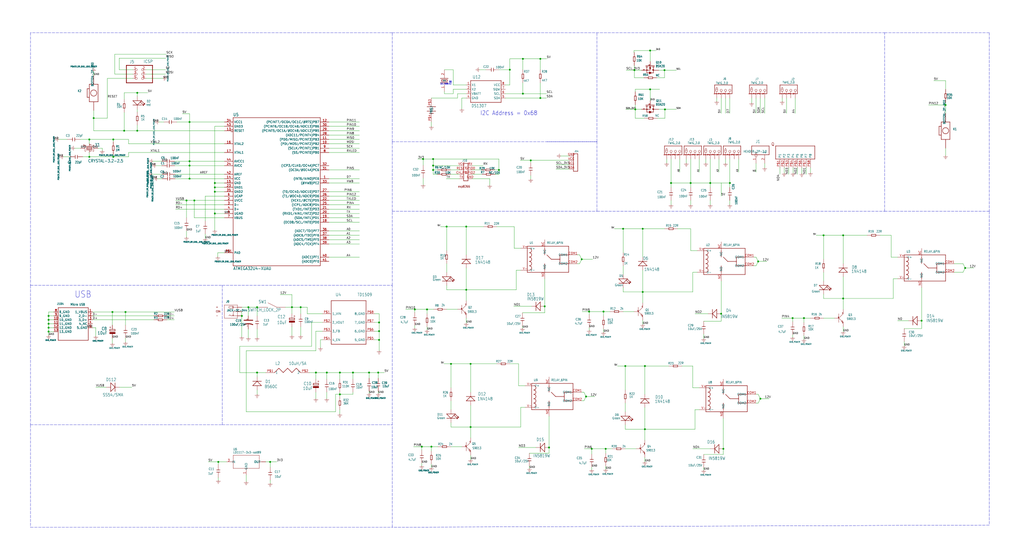
<source format=kicad_sch>
(kicad_sch (version 20211123) (generator eeschema)
  (paper "User" 596.9 326.39)
  (junction (at 274.32 212.09))
  (junction (at 480.06 137.16))
  (junction (at 198.12 229.87))
  (junction (at 149.86 217.17))
  (junction (at 72.39 76.2))
  (junction (at 317.5 178.562))
  (junction (at 184.15 217.17))
  (junction (at 245.872 260.35))
  (junction (at 297.18 40.64))
  (junction (at 28.321 191.008))
  (junction (at 369.824 40.894))
  (junction (at 125.222 109.22))
  (junction (at 364.49 213.36))
  (junction (at 190.5 217.17))
  (junction (at 562.61 156.21))
  (junction (at 54.61 68.834))
  (junction (at 375.92 213.36))
  (junction (at 251.46 260.35))
  (junction (at 421.64 261.62))
  (junction (at 425.45 106.68))
  (junction (at 80.01 76.2))
  (junction (at 125.222 124.46))
  (junction (at 73.152 181.864))
  (junction (at 215.138 217.17))
  (junction (at 144.78 179.07))
  (junction (at 271.78 168.91))
  (junction (at 363.22 133.35))
  (junction (at 108.712 116.84))
  (junction (at 274.32 248.92))
  (junction (at 113.284 116.84))
  (junction (at 414.02 106.68))
  (junction (at 248.92 180.34))
  (junction (at 290.83 99.06))
  (junction (at 402.59 106.68))
  (junction (at 314.96 57.15))
  (junction (at 110.49 93.98))
  (junction (at 198.12 217.17))
  (junction (at 110.49 96.52))
  (junction (at 252.476 92.71))
  (junction (at 468.63 185.42))
  (junction (at 309.372 93.472))
  (junction (at 52.07 81.28))
  (junction (at 246.634 92.71))
  (junction (at 65.532 181.864))
  (junction (at 320.04 260.858))
  (junction (at 28.321 184.15))
  (junction (at 304.8 34.29))
  (junction (at 374.65 133.35))
  (junction (at 441.96 152.4))
  (junction (at 378.968 52.07))
  (junction (at 28.321 186.436))
  (junction (at 125.222 111.76))
  (junction (at 205.74 217.17))
  (junction (at 351.79 181.61))
  (junction (at 127.254 269.24))
  (junction (at 241.808 180.34))
  (junction (at 175.26 179.07))
  (junction (at 110.49 104.14))
  (junction (at 378.968 29.464))
  (junction (at 28.321 193.294))
  (junction (at 252.476 96.52))
  (junction (at 391.16 106.68))
  (junction (at 157.48 269.24))
  (junction (at 220.98 198.12))
  (junction (at 374.65 170.18))
  (junction (at 462.026 185.42))
  (junction (at 551.18 61.214))
  (junction (at 271.78 132.08))
  (junction (at 52.07 91.44))
  (junction (at 375.92 250.19))
  (junction (at 28.321 188.722))
  (junction (at 220.472 217.17))
  (junction (at 491.49 137.16))
  (junction (at 387.604 63.754))
  (junction (at 353.06 261.62))
  (junction (at 140.97 184.15))
  (junction (at 304.8 54.61))
  (junction (at 170.18 179.07))
  (junction (at 80.01 54.102))
  (junction (at 262.89 212.09))
  (junction (at 110.49 71.12))
  (junction (at 125.222 106.68))
  (junction (at 66.04 91.44))
  (junction (at 339.09 151.13))
  (junction (at 491.49 173.99))
  (junction (at 420.37 182.88))
  (junction (at 149.86 179.07))
  (junction (at 220.98 187.96))
  (junction (at 370.332 63.754))
  (junction (at 220.98 193.04))
  (junction (at 314.96 34.29))
  (junction (at 387.35 40.894))
  (junction (at 343.408 181.61))
  (junction (at 341.63 231.14))
  (junction (at 344.932 261.62))
  (junction (at 537.21 186.944))
  (junction (at 443.23 232.41))
  (junction (at 252.476 99.06))
  (junction (at 66.04 81.28))
  (junction (at 260.35 132.08))
  (wire (pts (xy 403.86 170.18) (xy 403.86 158.75)))
  (wire (pts (xy 364.49 240.03) (xy 364.49 234.95)))
  (wire (pts (xy 419.1 92.71) (xy 419.1 100.33)))
  (wire (pts (xy 191.77 114.3) (xy 209.55 114.3)))
  (wire (pts (xy 95.123 45.72) (xy 85.09 45.72)))
  (wire (pts (xy 351.79 181.61) (xy 343.408 181.61)))
  (wire (pts (xy 455.93 57.15) (xy 455.93 59.055)))
  (wire (pts (xy 260.35 180.34) (xy 266.7 180.34)))
  (wire (pts (xy 184.15 204.47) (xy 143.51 204.47)))
  (wire (pts (xy 369.824 45.3424) (xy 369.824 40.894)))
  (wire (pts (xy 520.7 173.99) (xy 520.7 162.56)))
  (wire (pts (xy 290.83 92.71) (xy 290.83 99.06)))
  (wire (pts (xy 304.8 48.26) (xy 304.8 54.61)))
  (wire (pts (xy 339.09 151.13) (xy 337.82 153.67)))
  (wire (pts (xy 370.332 61.0628) (xy 370.332 63.754)))
  (wire (pts (xy 337.82 148.59) (xy 336.55 148.59)))
  (wire (pts (xy 191.77 106.68) (xy 209.55 106.68)))
  (wire (pts (xy 480.06 137.16) (xy 480.06 151.13)))
  (wire (pts (xy 480.06 171.45) (xy 480.06 173.99)))
  (wire (pts (xy 180.34 217.17) (xy 184.15 217.17)))
  (wire (pts (xy 425.45 92.71) (xy 425.45 106.68)))
  (wire (pts (xy 220.98 187.96) (xy 220.98 193.04)))
  (wire (pts (xy 281.94 132.08) (xy 271.78 132.08)))
  (wire (pts (xy 340.36 233.68) (xy 339.09 233.68)))
  (wire (pts (xy 551.18 46.99) (xy 544.322 46.99)))
  (wire (pts (xy 304.8 34.29) (xy 304.8 40.64)))
  (wire (pts (xy 66.04 81.28) (xy 74.93 81.28)))
  (wire (pts (xy 374.65 133.35) (xy 374.65 149.86)))
  (wire (pts (xy 505.46 137.16) (xy 491.49 137.16)))
  (wire (pts (xy 320.04 264.16) (xy 320.04 260.858)))
  (wire (pts (xy 198.12 228.6) (xy 198.12 229.87)))
  (wire (pts (xy 271.78 168.91) (xy 271.78 175.26)))
  (wire (pts (xy 290.83 101.6) (xy 290.83 99.06)))
  (wire (pts (xy 422.91 57.15) (xy 422.91 66.04)))
  (wire (pts (xy 297.18 40.64) (xy 297.18 34.29)))
  (wire (pts (xy 54.61 64.389) (xy 54.61 68.834)))
  (wire (pts (xy 440.69 95.25) (xy 440.69 100.33)))
  (wire (pts (xy 520.7 162.56) (xy 523.24 162.56)))
  (wire (pts (xy 245.872 270.002) (xy 245.872 271.526)))
  (wire (pts (xy 491.49 161.29) (xy 491.49 173.99)))
  (wire (pts (xy 274.32 236.22) (xy 274.32 248.92)))
  (wire (pts (xy 190.5 228.6) (xy 190.5 232.41)))
  (wire (pts (xy 89.662 186.436) (xy 53.975 186.436)))
  (wire (pts (xy 191.77 149.86) (xy 209.55 149.86)))
  (wire (pts (xy 157.48 279.908) (xy 157.48 281.686)))
  (wire (pts (xy 209.55 76.2) (xy 191.77 76.2)))
  (wire (pts (xy 407.67 226.06) (xy 403.86 226.06)))
  (wire (pts (xy 562.61 156.21) (xy 561.34 158.75)))
  (wire (pts (xy 28.321 193.294) (xy 31.369 193.294)))
  (wire (pts (xy 303.53 248.92) (xy 274.32 248.92)))
  (wire (pts (xy 65.532 197.104) (xy 65.532 200.152)))
  (wire (pts (xy 262.89 238.76) (xy 262.89 233.68)))
  (wire (pts (xy 191.77 139.7) (xy 209.55 139.7)))
  (wire (pts (xy 149.86 227.33) (xy 149.86 229.87)))
  (wire (pts (xy 274.32 248.92) (xy 274.32 255.27)))
  (polyline (pts (xy 17.78 19.05) (xy 17.78 166.37)))
  (wire (pts (xy 191.77 121.92) (xy 209.55 121.92)))
  (wire (pts (xy 405.13 250.19) (xy 405.13 238.76)))
  (wire (pts (xy 94.488 101.6) (xy 88.646 101.6)))
  (wire (pts (xy 255.016 99.06) (xy 252.476 99.06)))
  (wire (pts (xy 198.12 220.98) (xy 198.12 217.17)))
  (wire (pts (xy 184.15 228.6) (xy 184.15 232.41)))
  (wire (pts (xy 110.49 66.294) (xy 106.299 66.294)))
  (wire (pts (xy 170.18 179.07) (xy 175.26 179.07)))
  (polyline (pts (xy 318.77 82.55) (xy 347.98 82.55)))
  (wire (pts (xy 65.532 189.484) (xy 65.532 181.864)))
  (wire (pts (xy 402.59 109.22) (xy 402.59 106.68)))
  (wire (pts (xy 480.06 163.83) (xy 480.06 158.75)))
  (wire (pts (xy 370.332 68.9644) (xy 370.332 63.754)))
  (wire (pts (xy 215.138 229.362) (xy 215.138 228.092)))
  (wire (pts (xy 440.69 149.86) (xy 441.96 152.4)))
  (wire (pts (xy 191.77 142.24) (xy 209.55 142.24)))
  (wire (pts (xy 28.321 181.864) (xy 28.321 184.15)))
  (wire (pts (xy 66.04 90.17) (xy 66.04 91.44)))
  (wire (pts (xy 130.81 119.38) (xy 102.362 119.38)))
  (wire (pts (xy 375.92 269.24) (xy 375.92 266.7)))
  (wire (pts (xy 410.21 197.358) (xy 410.21 194.818)))
  (wire (pts (xy 414.02 261.62) (xy 403.86 261.62)))
  (polyline (pts (xy 576.58 19.05) (xy 576.58 123.19)))
  (wire (pts (xy 561.34 158.75) (xy 556.26 158.75)))
  (wire (pts (xy 363.22 181.61) (xy 369.57 181.61)))
  (wire (pts (xy 468.63 187.96) (xy 468.63 185.42)))
  (wire (pts (xy 387.35 133.35) (xy 374.65 133.35)))
  (polyline (pts (xy 228.6 82.55) (xy 347.98 82.55)))
  (wire (pts (xy 374.65 133.35) (xy 363.22 133.35)))
  (wire (pts (xy 157.48 269.24) (xy 161.29 269.24)))
  (wire (pts (xy 267.716 101.6) (xy 262.636 101.6)))
  (wire (pts (xy 97.282 186.436) (xy 101.6 186.436)))
  (wire (pts (xy 61.976 225.679) (xy 55.88 225.679)))
  (wire (pts (xy 551.18 86.36) (xy 551.18 90.678)))
  (wire (pts (xy 127.254 278.384) (xy 127.254 279.908)))
  (wire (pts (xy 101.854 96.52) (xy 110.49 96.52)))
  (wire (pts (xy 294.64 54.61) (xy 304.8 54.61)))
  (wire (pts (xy 54.61 68.834) (xy 54.61 76.2)))
  (polyline (pts (xy 228.6 19.05) (xy 17.78 19.05)))
  (wire (pts (xy 181.61 201.93) (xy 181.61 187.96)))
  (wire (pts (xy 309.372 93.472) (xy 303.276 93.472)))
  (wire (pts (xy 364.49 247.65) (xy 364.49 250.19)))
  (wire (pts (xy 72.39 65.532) (xy 72.39 76.2)))
  (wire (pts (xy 271.78 132.08) (xy 260.35 132.08)))
  (wire (pts (xy 59.563 86.36) (xy 59.563 87.757)))
  (wire (pts (xy 364.49 213.36) (xy 359.918 213.36)))
  (wire (pts (xy 394.97 133.35) (xy 402.59 133.35)))
  (wire (pts (xy 154.94 269.24) (xy 157.48 269.24)))
  (wire (pts (xy 459.74 97.79) (xy 459.74 101.6)))
  (wire (pts (xy 388.62 92.71) (xy 388.62 94.996)))
  (wire (pts (xy 28.321 186.436) (xy 28.321 188.722)))
  (wire (pts (xy 130.81 88.9) (xy 74.93 88.9)))
  (polyline (pts (xy 228.6 307.34) (xy 228.6 247.65)))
  (wire (pts (xy 108.712 127) (xy 108.712 116.84)))
  (wire (pts (xy 472.44 185.42) (xy 468.63 185.42)))
  (wire (pts (xy 331.724 98.552) (xy 324.104 98.552)))
  (wire (pts (xy 400.05 92.71) (xy 400.05 94.996)))
  (wire (pts (xy 551.18 61.214) (xy 541.274 61.214)))
  (wire (pts (xy 304.546 182.372) (xy 317.5 182.372)))
  (wire (pts (xy 343.408 181.61) (xy 339.344 181.61)))
  (wire (pts (xy 331.724 90.932) (xy 326.771 90.932)))
  (wire (pts (xy 403.86 158.75) (xy 406.4 158.75)))
  (wire (pts (xy 320.04 242.57) (xy 320.04 260.858)))
  (wire (pts (xy 110.49 71.12) (xy 110.49 93.98)))
  (wire (pts (xy 144.78 179.07) (xy 149.86 179.07)))
  (wire (pts (xy 69.596 225.679) (xy 76.835 225.679)))
  (wire (pts (xy 73.152 181.864) (xy 65.532 181.864)))
  (wire (pts (xy 170.18 179.07) (xy 170.18 171.704)))
  (wire (pts (xy 271.78 49.53) (xy 264.16 49.53)))
  (wire (pts (xy 191.77 119.38) (xy 209.55 119.38)))
  (wire (pts (xy 378.968 29.464) (xy 382.27 29.464)))
  (wire (pts (xy 69.469 40.64) (xy 69.469 33.909)))
  (wire (pts (xy 363.22 160.02) (xy 363.22 154.94)))
  (wire (pts (xy 308.61 273.05) (xy 308.61 271.78)))
  (wire (pts (xy 551.18 46.99) (xy 551.18 52.07)))
  (wire (pts (xy 370.3354 61.0628) (xy 370.332 61.0628)))
  (wire (pts (xy 97.282 184.15) (xy 101.6 184.15)))
  (wire (pts (xy 218.44 193.04) (xy 220.98 193.04)))
  (wire (pts (xy 391.16 106.68) (xy 391.16 109.22)))
  (wire (pts (xy 440.69 57.15) (xy 440.69 66.04)))
  (wire (pts (xy 289.56 132.08) (xy 299.72 132.08)))
  (wire (pts (xy 396.24 92.71) (xy 396.24 100.33)))
  (wire (pts (xy 94.234 93.98) (xy 89.027 93.98)))
  (wire (pts (xy 353.06 273.558) (xy 353.06 271.78)))
  (wire (pts (xy 77.47 45.72) (xy 62.611 45.72)))
  (wire (pts (xy 369.7004 30.5828) (xy 369.57 30.5828)))
  (wire (pts (xy 130.81 147.32) (xy 127 147.32)))
  (wire (pts (xy 414.02 106.68) (xy 420.37 106.68)))
  (wire (pts (xy 205.74 229.87) (xy 198.12 229.87)))
  (wire (pts (xy 91.694 104.14) (xy 94.488 104.14)))
  (wire (pts (xy 523.24 149.86) (xy 519.43 149.86)))
  (wire (pts (xy 527.05 191.516) (xy 537.21 191.516)))
  (wire (pts (xy 445.77 57.15) (xy 445.77 66.04)))
  (wire (pts (xy 181.61 187.96) (xy 187.96 187.96)))
  (wire (pts (xy 127.254 270.764) (xy 127.254 269.24)))
  (wire (pts (xy 46.99 86.36) (xy 43.434 86.36)))
  (wire (pts (xy 462.026 187.452) (xy 462.026 185.42)))
  (wire (pts (xy 274.32 212.09) (xy 262.89 212.09)))
  (wire (pts (xy 374.65 170.18) (xy 363.22 170.18)))
  (wire (pts (xy 245.872 260.35) (xy 241.046 260.35)))
  (wire (pts (xy 241.808 189.738) (xy 241.808 191.262)))
  (wire (pts (xy 407.67 92.71) (xy 407.67 100.33)))
  (wire (pts (xy 537.21 186.944) (xy 537.21 167.64)))
  (polyline (pts (xy 228.6 123.19) (xy 228.6 82.55)))
  (wire (pts (xy 410.21 264.922) (xy 421.64 264.922)))
  (polyline (pts (xy 515.62 123.19) (xy 515.62 19.05)))
  (wire (pts (xy 463.55 57.15) (xy 463.55 66.04)))
  (wire (pts (xy 462.026 185.42) (xy 455.676 185.42)))
  (wire (pts (xy 414.02 92.71) (xy 414.02 106.68)))
  (wire (pts (xy 80.01 56.134) (xy 80.01 54.102)))
  (wire (pts (xy 283.21 40.64) (xy 279.4 40.64)))
  (wire (pts (xy 191.77 134.62) (xy 209.55 134.62)))
  (wire (pts (xy 248.92 192.405) (xy 248.92 190.5)))
  (wire (pts (xy 378.968 35.814) (xy 378.968 29.464)))
  (wire (pts (xy 420.37 187.198) (xy 420.37 182.88)))
  (wire (pts (xy 527.05 201.676) (xy 527.05 199.136)))
  (wire (pts (xy 73.152 197.104) (xy 73.152 199.39)))
  (wire (pts (xy 191.77 71.12) (xy 209.55 71.12)))
  (wire (pts (xy 149.86 219.71) (xy 149.86 217.17)))
  (wire (pts (xy 62.611 68.834) (xy 54.61 68.834)))
  (wire (pts (xy 209.55 86.36) (xy 191.77 86.36)))
  (wire (pts (xy 491.49 137.16) (xy 480.06 137.16)))
  (wire (pts (xy 149.86 184.15) (xy 149.86 179.07)))
  (wire (pts (xy 340.36 228.6) (xy 341.63 231.14)))
  (wire (pts (xy 303.53 248.92) (xy 303.53 237.49)))
  (wire (pts (xy 403.86 226.06) (xy 403.86 213.36)))
  (wire (pts (xy 73.152 189.484) (xy 73.152 181.864)))
  (wire (pts (xy 184.15 217.17) (xy 190.5 217.17)))
  (wire (pts (xy 462.28 97.79) (xy 462.28 100.838)))
  (wire (pts (xy 34.163 81.28) (xy 39.116 81.28)))
  (wire (pts (xy 53.975 191.008) (xy 55.88 191.008)))
  (wire (pts (xy 139.7 201.93) (xy 181.61 201.93)))
  (wire (pts (xy 271.78 132.08) (xy 271.78 148.59)))
  (polyline (pts (xy 17.78 166.37) (xy 17.78 247.65)))
  (wire (pts (xy 443.23 232.41) (xy 448.31 232.41)))
  (wire (pts (xy 363.22 133.35) (xy 358.14 133.35)))
  (wire (pts (xy 125.222 106.68) (xy 125.222 73.66)))
  (wire (pts (xy 306.07 224.79) (xy 302.26 224.79)))
  (wire (pts (xy 246.634 96.266) (xy 246.634 92.71)))
  (wire (pts (xy 519.43 149.86) (xy 519.43 137.16)))
  (wire (pts (xy 314.96 34.29) (xy 318.643 34.29)))
  (wire (pts (xy 130.81 121.92) (xy 102.362 121.92)))
  (wire (pts (xy 251.46 262.89) (xy 251.46 260.35)))
  (wire (pts (xy 440.69 149.86) (xy 439.42 149.86)))
  (wire (pts (xy 187.96 193.04) (xy 184.15 193.04)))
  (wire (pts (xy 303.53 144.78) (xy 299.72 144.78)))
  (wire (pts (xy 220.472 229.362) (xy 220.472 228.092)))
  (wire (pts (xy 425.45 109.22) (xy 425.45 106.68)))
  (wire (pts (xy 402.59 92.71) (xy 402.59 106.68)))
  (wire (pts (xy 125.222 124.46) (xy 125.222 134.239)))
  (wire (pts (xy 513.08 137.16) (xy 519.43 137.16)))
  (wire (pts (xy 309.372 104.394) (xy 309.372 102.362)))
  (wire (pts (xy 480.06 185.42) (xy 486.41 185.42)))
  (wire (pts (xy 241.808 182.118) (xy 241.808 180.34)))
  (wire (pts (xy 304.546 191.262) (xy 304.546 189.992)))
  (wire (pts (xy 143.51 276.86) (xy 143.51 280.67)))
  (polyline (pts (xy 17.78 307.34) (xy 228.6 307.34)))
  (wire (pts (xy 28.321 188.722) (xy 28.321 191.008)))
  (wire (pts (xy 297.18 34.29) (xy 304.8 34.29)))
  (wire (pts (xy 130.81 76.2) (xy 80.01 76.2)))
  (wire (pts (xy 31.369 186.436) (xy 28.321 186.436)))
  (wire (pts (xy 125.222 111.76) (xy 125.222 124.46)))
  (wire (pts (xy 72.39 54.102) (xy 80.01 54.102)))
  (wire (pts (xy 198.12 229.87) (xy 198.12 231.14)))
  (wire (pts (xy 80.01 54.102) (xy 86.106 54.102)))
  (wire (pts (xy 209.55 127) (xy 191.77 127)))
  (wire (pts (xy 215.138 217.17) (xy 220.472 217.17)))
  (wire (pts (xy 383.1832 68.9644) (xy 387.604 68.9644)))
  (wire (pts (xy 440.69 154.94) (xy 439.42 154.94)))
  (wire (pts (xy 110.49 96.52) (xy 130.81 96.52)))
  (wire (pts (xy 140.97 184.15) (xy 140.97 196.342)))
  (wire (pts (xy 198.12 238.76) (xy 198.12 241.3)))
  (wire (pts (xy 130.81 101.6) (xy 102.108 101.6)))
  (wire (pts (xy 245.872 262.382) (xy 245.872 260.35)))
  (wire (pts (xy 275.336 96.52) (xy 281.686 96.52)))
  (wire (pts (xy 198.12 217.17) (xy 205.74 217.17)))
  (wire (pts (xy 28.321 191.008) (xy 28.321 193.294)))
  (wire (pts (xy 353.06 261.62) (xy 344.932 261.62)))
  (wire (pts (xy 220.472 217.17) (xy 224.028 217.17)))
  (wire (pts (xy 140.97 184.15) (xy 140.97 181.61)))
  (wire (pts (xy 110.49 71.12) (xy 130.81 71.12)))
  (wire (pts (xy 110.49 104.14) (xy 130.81 104.14)))
  (wire (pts (xy 300.99 157.48) (xy 303.53 157.48)))
  (wire (pts (xy 132.08 269.24) (xy 127.254 269.24)))
  (wire (pts (xy 425.45 116.84) (xy 425.45 119.38)))
  (wire (pts (xy 294.64 49.53) (xy 297.18 49.53)))
  (polyline (pts (xy 347.98 82.55) (xy 347.98 19.05)))
  (wire (pts (xy 529.59 186.944) (xy 523.24 186.944)))
  (wire (pts (xy 170.18 171.704) (xy 163.322 171.704)))
  (wire (pts (xy 454.66 97.79) (xy 454.66 101.6)))
  (polyline (pts (xy 17.78 247.65) (xy 17.78 307.34)))
  (wire (pts (xy 353.06 264.16) (xy 353.06 261.62)))
  (wire (pts (xy 441.96 152.4) (xy 440.69 154.94)))
  (wire (pts (xy 218.44 187.96) (xy 220.98 187.96)))
  (wire (pts (xy 317.5 162.56) (xy 317.5 178.562)))
  (wire (pts (xy 139.7 217.17) (xy 139.7 201.93)))
  (wire (pts (xy 80.01 63.754) (xy 80.01 65.278)))
  (wire (pts (xy 369.57 30.5828) (xy 369.57 29.464)))
  (wire (pts (xy 271.78 52.07) (xy 264.16 52.07)))
  (wire (pts (xy 175.26 182.88) (xy 175.26 179.07)))
  (wire (pts (xy 259.08 54.61) (xy 259.08 53.34)))
  (wire (pts (xy 344.932 261.62) (xy 340.614 261.62)))
  (wire (pts (xy 309.372 93.472) (xy 309.372 94.742)))
  (wire (pts (xy 248.92 180.34) (xy 241.808 180.34)))
  (wire (pts (xy 373.888 40.894) (xy 369.824 40.894)))
  (wire (pts (xy 186.817 198.12) (xy 186.817 202.692)))
  (wire (pts (xy 269.24 57.15) (xy 271.78 57.15)))
  (wire (pts (xy 391.16 106.68) (xy 391.16 92.71)))
  (polyline (pts (xy 228.6 247.65) (xy 228.6 166.37)))
  (wire (pts (xy 191.77 99.06) (xy 209.55 99.06)))
  (wire (pts (xy 127 147.32) (xy 127 149.733)))
  (wire (pts (xy 378.968 52.07) (xy 378.968 58.674)))
  (wire (pts (xy 190.5 217.17) (xy 198.12 217.17)))
  (wire (pts (xy 125.222 106.68) (xy 125.222 109.22)))
  (wire (pts (xy 374.65 170.18) (xy 374.65 176.53)))
  (wire (pts (xy 271.78 168.91) (xy 260.35 168.91)))
  (wire (pts (xy 491.49 193.421) (xy 491.49 190.5)))
  (wire (pts (xy 252.476 92.71) (xy 290.83 92.71)))
  (polyline (pts (xy 129.54 247.65) (xy 129.54 166.37)))
  (wire (pts (xy 190.5 220.98) (xy 190.5 217.17)))
  (wire (pts (xy 341.63 231.14) (xy 340.36 233.68)))
  (wire (pts (xy 410.21 187.198) (xy 420.37 187.198)))
  (wire (pts (xy 370.3354 53.4428) (xy 370.332 53.4428)))
  (wire (pts (xy 166.37 179.07) (xy 170.18 179.07)))
  (wire (pts (xy 157.48 269.24) (xy 157.48 272.288)))
  (wire (pts (xy 443.23 57.15) (xy 443.23 66.04)))
  (wire (pts (xy 491.49 173.99) (xy 480.06 173.99)))
  (wire (pts (xy 314.96 48.26) (xy 314.96 57.15)))
  (wire (pts (xy 389.89 213.36) (xy 375.92 213.36)))
  (polyline (pts (xy 17.78 247.65) (xy 129.54 247.65)))
  (wire (pts (xy 403.86 170.18) (xy 374.65 170.18)))
  (polyline (pts (xy 228.6 123.19) (xy 347.98 123.19)))
  (wire (pts (xy 308.61 264.16) (xy 320.04 264.16)))
  (polyline (pts (xy 228.6 19.05) (xy 515.62 19.05)))
  (wire (pts (xy 294.64 57.15) (xy 314.96 57.15)))
  (wire (pts (xy 314.96 34.29) (xy 314.96 40.64)))
  (wire (pts (xy 391.16 106.68) (xy 402.59 106.68)))
  (wire (pts (xy 491.49 137.16) (xy 491.49 153.67)))
  (wire (pts (xy 375.92 250.19) (xy 364.49 250.19)))
  (wire (pts (xy 445.77 95.25) (xy 445.77 97.79)))
  (wire (pts (xy 31.369 184.15) (xy 28.321 184.15)))
  (wire (pts (xy 149.86 179.07) (xy 151.13 179.07)))
  (wire (pts (xy 205.74 217.17) (xy 205.74 220.98)))
  (wire (pts (xy 72.39 76.2) (xy 80.01 76.2)))
  (wire (pts (xy 343.408 183.388) (xy 343.408 181.61)))
  (wire (pts (xy 303.53 237.49) (xy 306.07 237.49)))
  (wire (pts (xy 290.83 99.06) (xy 288.29 99.06)))
  (wire (pts (xy 130.81 106.68) (xy 125.222 106.68)))
  (wire (pts (xy 387.604 63.754) (xy 394.208 63.754)))
  (wire (pts (xy 317.5 182.372) (xy 317.5 178.562)))
  (wire (pts (xy 420.37 163.83) (xy 420.37 182.88)))
  (wire (pts (xy 271.78 188.341) (xy 271.78 185.42)))
  (wire (pts (xy 57.15 86.36) (xy 59.563 86.36)))
  (wire (pts (xy 430.53 92.71) (xy 430.53 100.33)))
  (wire (pts (xy 262.89 246.38) (xy 262.89 248.92)))
  (wire (pts (xy 248.92 182.88) (xy 248.92 180.34)))
  (wire (pts (xy 62.611 45.72) (xy 62.611 68.834)))
  (wire (pts (xy 375.92 250.19) (xy 375.92 256.54)))
  (wire (pts (xy 119.634 114.3) (xy 119.634 128.778)))
  (wire (pts (xy 344.932 264.668) (xy 344.932 261.62)))
  (wire (pts (xy 405.13 250.19) (xy 375.92 250.19)))
  (wire (pts (xy 130.81 124.46) (xy 125.222 124.46)))
  (wire (pts (xy 110.49 66.294) (xy 110.49 71.12)))
  (wire (pts (xy 255.27 260.35) (xy 251.46 260.35)))
  (wire (pts (xy 259.08 40.64) (xy 264.16 40.64)))
  (wire (pts (xy 55.88 191.008) (xy 55.88 195.961)))
  (wire (pts (xy 374.65 189.103) (xy 374.65 186.69)))
  (wire (pts (xy 382.9292 45.3424) (xy 387.35 45.3424)))
  (wire (pts (xy 384.048 40.894) (xy 387.35 40.894)))
  (wire (pts (xy 472.44 97.79) (xy 472.44 100.711)))
  (wire (pts (xy 387.604 68.9644) (xy 387.604 63.754)))
  (wire (pts (xy 77.47 43.18) (xy 66.929 43.18)))
  (wire (pts (xy 300.99 168.91) (xy 300.99 157.48)))
  (wire (pts (xy 309.88 178.562) (xy 299.466 178.562)))
  (wire (pts (xy 113.284 116.84) (xy 108.712 116.84)))
  (wire (pts (xy 551.18 59.69) (xy 551.18 61.214)))
  (wire (pts (xy 66.929 31.623) (xy 96.901 31.623)))
  (wire (pts (xy 52.07 88.9) (xy 52.07 91.44)))
  (wire (pts (xy 406.4 146.05) (xy 402.59 146.05)))
  (wire (pts (xy 417.83 57.15) (xy 417.83 59.055)))
  (wire (pts (xy 469.9 97.79) (xy 469.9 101.6)))
  (wire (pts (xy 66.04 91.44) (xy 74.93 91.44)))
  (wire (pts (xy 170.18 182.88) (xy 170.18 179.07)))
  (wire (pts (xy 285.496 104.14) (xy 285.496 107.95)))
  (wire (pts (xy 110.49 104.14) (xy 102.108 104.14)))
  (wire (pts (xy 77.47 40.64) (xy 69.469 40.64)))
  (wire (pts (xy 304.8 54.61) (xy 318.516 54.61)))
  (wire (pts (xy 420.37 106.68) (xy 425.45 106.68)))
  (wire (pts (xy 149.86 217.17) (xy 154.94 217.17)))
  (wire (pts (xy 110.49 96.52) (xy 110.49 104.14)))
  (wire (pts (xy 52.07 81.28) (xy 66.04 81.28)))
  (wire (pts (xy 363.22 133.35) (xy 363.22 147.32)))
  (wire (pts (xy 31.369 188.722) (xy 28.321 188.722)))
  (wire (pts (xy 130.81 83.82) (xy 74.93 83.82)))
  (wire (pts (xy 215.138 220.472) (xy 215.138 217.17)))
  (wire (pts (xy 220.98 182.88) (xy 220.98 187.96)))
  (wire (pts (xy 191.77 137.16) (xy 209.55 137.16)))
  (wire (pts (xy 251.46 272.669) (xy 251.46 270.51)))
  (wire (pts (xy 66.04 81.28) (xy 66.04 82.55)))
  (wire (pts (xy 85.09 43.18) (xy 96.52 43.18)))
  (wire (pts (xy 130.81 111.76) (xy 125.222 111.76)))
  (wire (pts (xy 262.89 260.35) (xy 269.24 260.35)))
  (wire (pts (xy 304.8 34.29) (xy 314.96 34.29)))
  (wire (pts (xy 391.16 116.84) (xy 391.16 119.38)))
  (wire (pts (xy 80.01 72.898) (xy 80.01 76.2)))
  (wire (pts (xy 402.59 106.68) (xy 414.02 106.68)))
  (wire (pts (xy 252.73 180.34) (xy 248.92 180.34)))
  (wire (pts (xy 355.6 181.61) (xy 351.79 181.61)))
  (wire (pts (xy 28.321 184.15) (xy 28.321 186.436)))
  (wire (pts (xy 343.408 191.008) (xy 343.408 192.532)))
  (wire (pts (xy 464.82 97.79) (xy 464.82 101.6)))
  (wire (pts (xy 297.18 212.09) (xy 302.26 212.09)))
  (wire (pts (xy 438.15 57.15) (xy 438.15 59.944)))
  (wire (pts (xy 561.34 153.67) (xy 556.26 153.67)))
  (wire (pts (xy 480.06 137.16) (xy 475.742 137.16)))
  (wire (pts (xy 441.96 229.87) (xy 443.23 232.41)))
  (wire (pts (xy 373.888 63.754) (xy 370.332 63.754)))
  (wire (pts (xy 414.02 109.22) (xy 414.02 106.68)))
  (wire (pts (xy 260.35 166.37) (xy 260.35 168.91)))
  (wire (pts (xy 337.82 148.59) (xy 339.09 151.13)))
  (wire (pts (xy 246.634 107.696) (xy 246.634 103.886)))
  (wire (pts (xy 36.83 91.44) (xy 40.64 91.44)))
  (wire (pts (xy 66.929 43.18) (xy 66.929 31.623)))
  (wire (pts (xy 209.55 83.82) (xy 191.77 83.82)))
  (wire (pts (xy 130.81 109.22) (xy 125.222 109.22)))
  (wire (pts (xy 264.16 54.61) (xy 259.08 54.61)))
  (wire (pts (xy 144.78 191.77) (xy 144.78 196.85)))
  (wire (pts (xy 205.74 217.17) (xy 215.138 217.17)))
  (wire (pts (xy 52.07 83.82) (xy 52.07 81.28)))
  (wire (pts (xy 370.332 52.07) (xy 378.968 52.07)))
  (wire (pts (xy 262.89 212.09) (xy 262.89 226.06)))
  (wire (pts (xy 384.556 52.07) (xy 378.968 52.07)))
  (wire (pts (xy 218.44 182.88) (xy 220.98 182.88)))
  (wire (pts (xy 241.808 180.34) (xy 236.474 180.34)))
  (wire (pts (xy 341.63 231.14) (xy 346.71 231.14)))
  (wire (pts (xy 143.51 204.47) (xy 143.51 240.03)))
  (polyline (pts (xy 515.62 19.05) (xy 576.58 19.05)))
  (wire (pts (xy 143.51 240.03) (xy 195.58 240.03)))
  (wire (pts (xy 369.824 40.894) (xy 364.998 40.894)))
  (wire (pts (xy 218.44 198.12) (xy 220.98 198.12)))
  (wire (pts (xy 90.805 96.52) (xy 94.234 96.52)))
  (wire (pts (xy 110.49 93.98) (xy 110.49 96.52)))
  (wire (pts (xy 255.016 101.6) (xy 252.476 101.6)))
  (polyline (pts (xy 228.6 166.37) (xy 228.6 123.19)))
  (wire (pts (xy 374.65 157.48) (xy 374.65 170.18)))
  (wire (pts (xy 420.37 106.68) (xy 420.37 114.3)))
  (wire (pts (xy 264.16 52.07) (xy 264.16 54.61)))
  (wire (pts (xy 364.49 261.62) (xy 370.84 261.62)))
  (wire (pts (xy 266.7 54.61) (xy 266.7 57.15)))
  (wire (pts (xy 339.09 151.13) (xy 345.44 151.13)))
  (wire (pts (xy 397.51 213.36) (xy 403.86 213.36)))
  (wire (pts (xy 369.7004 38.2028) (xy 369.824 38.2028)))
  (wire (pts (xy 74.93 83.82) (xy 74.93 81.28)))
  (polyline (pts (xy 347.98 82.55) (xy 347.98 123.19)))
  (wire (pts (xy 209.55 116.84) (xy 191.77 116.84)))
  (wire (pts (xy 103.124 71.12) (xy 110.49 71.12)))
  (polyline (pts (xy 515.62 123.19) (xy 576.58 123.19)))
  (wire (pts (xy 260.35 132.08) (xy 260.35 146.05)))
  (wire (pts (xy 271.78 54.61) (xy 266.7 54.61)))
  (wire (pts (xy 274.32 267.97) (xy 274.32 265.43)))
  (wire (pts (xy 467.36 97.79) (xy 467.36 101.092)))
  (wire (pts (xy 246.634 92.71) (xy 243.586 92.71)))
  (wire (pts (xy 331.724 93.472) (xy 309.372 93.472)))
  (wire (pts (xy 441.96 234.95) (xy 440.69 234.95)))
  (wire (pts (xy 375.3092 45.3424) (xy 369.824 45.3424)))
  (wire (pts (xy 89.662 184.15) (xy 53.975 184.15)))
  (wire (pts (xy 375.92 237.49) (xy 375.92 250.19)))
  (polyline (pts (xy 129.54 166.37) (xy 228.6 166.37)))
  (wire (pts (xy 101.6 181.864) (xy 73.152 181.864)))
  (wire (pts (xy 441.96 152.4) (xy 447.04 152.4)))
  (wire (pts (xy 65.532 181.864) (xy 53.975 181.864)))
  (wire (pts (xy 220.472 220.472) (xy 220.472 217.17)))
  (wire (pts (xy 421.64 264.922) (xy 421.64 261.62)))
  (wire (pts (xy 127.254 269.24) (xy 121.412 269.24)))
  (wire (pts (xy 74.93 91.44) (xy 74.93 88.9)))
  (wire (pts (xy 140.97 179.07) (xy 144.78 179.07)))
  (wire (pts (xy 54.61 44.069) (xy 54.61 41.529)))
  (wire (pts (xy 52.07 91.44) (xy 48.26 91.44)))
  (wire (pts (xy 191.77 88.9) (xy 209.55 88.9)))
  (wire (pts (xy 402.59 146.05) (xy 402.59 133.35)))
  (wire (pts (xy 561.34 153.67) (xy 562.61 156.21)))
  (wire (pts (xy 340.36 228.6) (xy 339.09 228.6)))
  (wire (pts (xy 252.476 101.6) (xy 252.476 99.06)))
  (wire (pts (xy 551.18 61.214) (xy 551.18 66.04)))
  (wire (pts (xy 119.634 139.192) (xy 119.634 136.398)))
  (wire (pts (xy 425.45 57.15) (xy 425.45 66.04)))
  (wire (pts (xy 411.48 92.71) (xy 411.48 94.996)))
  (wire (pts (xy 205.74 228.6) (xy 205.74 229.87)))
  (wire (pts (xy 443.23 232.41) (xy 441.96 234.95)))
  (wire (pts (xy 96.52 40.64) (xy 85.09 40.64)))
  (wire (pts (xy 274.32 212.09) (xy 274.32 228.6)))
  (wire (pts (xy 262.89 212.09) (xy 258.826 212.09)))
  (wire (pts (xy 267.716 99.06) (xy 262.636 99.06)))
  (wire (pts (xy 28.321 195.58) (xy 28.321 193.294)))
  (wire (pts (xy 318.516 57.15) (xy 314.96 57.15)))
  (wire (pts (xy 110.49 93.98) (xy 130.81 93.98)))
  (wire (pts (xy 220.98 193.04) (xy 220.98 198.12)))
  (wire (pts (xy 331.724 96.012) (xy 324.104 96.012)))
  (wire (pts (xy 441.96 229.87) (xy 440.69 229.87)))
  (wire (pts (xy 144.78 184.15) (xy 144.78 179.07)))
  (wire (pts (xy 468.63 185.42) (xy 462.026 185.42)))
  (wire (pts (xy 101.854 93.98) (xy 110.49 93.98)))
  (wire (pts (xy 387.35 45.3424) (xy 387.35 40.894)))
  (wire (pts (xy 139.7 217.17) (xy 149.86 217.17)))
  (wire (pts (xy 370.332 53.4428) (xy 370.332 52.07)))
  (wire (pts (xy 260.35 132.08) (xy 256.794 132.08)))
  (wire (pts (xy 52.07 91.44) (xy 66.04 91.44)))
  (wire (pts (xy 364.49 213.36) (xy 364.49 227.33)))
  (wire (pts (xy 246.634 92.71) (xy 252.476 92.71)))
  (wire (pts (xy 412.75 182.88) (xy 405.13 182.88)))
  (wire (pts (xy 191.77 104.14) (xy 209.55 104.14)))
  (wire (pts (xy 414.02 116.84) (xy 414.02 119.38)))
  (wire (pts (xy 458.47 57.15) (xy 458.47 66.04)))
  (wire (pts (xy 260.35 158.75) (xy 260.35 153.67)))
  (wire (pts (xy 149.86 191.77) (xy 149.86 196.85)))
  (wire (pts (xy 130.81 116.84) (xy 113.284 116.84)))
  (wire (pts (xy 402.59 116.84) (xy 402.59 119.38)))
  (wire (pts (xy 264.16 49.53) (xy 264.16 40.64)))
  (wire (pts (xy 375.5632 68.9644) (xy 370.332 68.9644)))
  (wire (pts (xy 275.336 104.14) (xy 285.496 104.14)))
  (wire (pts (xy 280.924 101.6) (xy 275.336 101.6)))
  (wire (pts (xy 266.7 57.15) (xy 251.46 57.15)))
  (wire (pts (xy 356.87 261.62) (xy 353.06 261.62)))
  (wire (pts (xy 195.58 229.87) (xy 198.12 229.87)))
  (wire (pts (xy 537.21 191.516) (xy 537.21 186.944)))
  (wire (pts (xy 274.32 248.92) (xy 262.89 248.92)))
  (wire (pts (xy 54.61 76.2) (xy 72.39 76.2)))
  (wire (pts (xy 184.15 220.98) (xy 184.15 217.17)))
  (wire (pts (xy 187.96 198.12) (xy 186.817 198.12)))
  (wire (pts (xy 267.716 104.14) (xy 260.096 104.14)))
  (wire (pts (xy 209.55 81.28) (xy 191.77 81.28)))
  (wire (pts (xy 251.46 71.12) (xy 251.46 73.66)))
  (wire (pts (xy 520.7 173.99) (xy 491.49 173.99)))
  (wire (pts (xy 369.824 38.2028) (xy 369.824 40.894)))
  (wire (pts (xy 369.57 29.464) (xy 378.968 29.464)))
  (wire (pts (xy 491.49 173.99) (xy 491.49 180.34)))
  (wire (pts (xy 220.98 198.12) (xy 220.98 204.47)))
  (wire (pts (xy 113.284 116.84) (xy 113.284 127)))
  (wire (pts (xy 375.92 213.36) (xy 375.92 229.87)))
  (wire (pts (xy 175.26 195.58) (xy 175.26 190.5)))
  (wire (pts (xy 312.42 260.858) (xy 302.26 260.858)))
  (wire (pts (xy 288.544 101.6) (xy 290.83 101.6)))
  (wire (pts (xy 462.026 195.072) (xy 462.026 196.596)))
  (wire (pts (xy 271.78 156.21) (xy 271.78 168.91)))
  (wire (pts (xy 297.18 49.53) (xy 297.18 40.64)))
  (wire (pts (xy 375.92 213.36) (xy 364.49 213.36)))
  (wire (pts (xy 299.72 144.78) (xy 299.72 132.08)))
  (wire (pts (xy 191.77 111.76) (xy 209.55 111.76)))
  (wire (pts (xy 179.07 182.88) (xy 179.07 179.07)))
  (wire (pts (xy 125.222 109.22) (xy 125.222 111.76)))
  (wire (pts (xy 130.81 127) (xy 113.284 127)))
  (wire (pts (xy 337.82 153.67) (xy 336.55 153.67)))
  (wire (pts (xy 468.63 197.866) (xy 468.63 195.58)))
  (wire (pts (xy 351.79 193.675) (xy 351.79 191.77)))
  (wire (pts (xy 405.13 238.76) (xy 407.67 238.76)))
  (wire (pts (xy 302.26 224.79) (xy 302.26 212.09)))
  (wire (pts (xy 191.77 78.74) (xy 209.55 78.74)))
  (polyline (pts (xy 17.78 166.37) (xy 129.54 166.37)))
  (wire (pts (xy 421.64 243.84) (xy 421.64 261.62)))
  (wire (pts (xy 187.96 182.88) (xy 179.07 182.88)))
  (wire (pts (xy 31.369 181.864) (xy 28.321 181.864)))
  (polyline (pts (xy 228.6 82.55) (xy 228.6 19.05)))
  (wire (pts (xy 92.456 71.12) (xy 95.504 71.12)))
  (wire (pts (xy 363.22 167.64) (xy 363.22 170.18)))
  (wire (pts (xy 289.56 212.09) (xy 274.32 212.09)))
  (wire (pts (xy 69.469 33.909) (xy 96.647 33.909)))
  (wire (pts (xy 562.61 156.21) (xy 567.69 156.21)))
  (wire (pts (xy 457.2 97.79) (xy 457.073 100.838)))
  (wire (pts (xy 364.744 63.754) (xy 370.332 63.754)))
  (wire (pts (xy 251.46 260.35) (xy 245.872 260.35)))
  (wire (pts (xy 31.369 191.008) (xy 28.321 191.008)))
  (wire (pts (xy 344.932 272.288) (xy 344.932 273.812)))
  (wire (pts (xy 130.81 114.3) (xy 119.634 114.3)))
  (wire (pts (xy 209.55 73.66) (xy 191.77 73.66)))
  (polyline (pts (xy 576.58 123.19) (xy 576.58 306.07)))
  (wire (pts (xy 269.24 63.5) (xy 269.24 57.15)))
  (wire (pts (xy 195.58 240.03) (xy 195.58 229.87)))
  (wire (pts (xy 387.35 40.894) (xy 394.208 40.894)))
  (wire (pts (xy 184.15 193.04) (xy 184.15 204.47)))
  (wire (pts (xy 422.91 92.71) (xy 422.91 95.123)))
  (wire (pts (xy 108.712 116.84) (xy 102.362 116.84)))
  (wire (pts (xy 179.07 179.07) (xy 175.26 179.07)))
  (wire (pts (xy 267.716 96.52) (xy 252.476 96.52)))
  (wire (pts (xy 290.83 40.64) (xy 297.18 40.64)))
  (wire (pts (xy 280.67 99.06) (xy 275.336 99.06)))
  (wire (pts (xy 130.81 73.66) (xy 125.222 73.66)))
  (wire (pts (xy 252.476 96.52) (xy 252.476 99.06)))
  (wire (pts (xy 351.79 184.15) (xy 351.79 181.61)))
  (wire (pts (xy 384.048 63.754) (xy 387.604 63.754)))
  (wire (pts (xy 252.476 96.52) (xy 252.476 92.71)))
  (polyline (pts (xy 347.98 123.19) (xy 515.62 123.19)))
  (wire (pts (xy 420.37 57.15) (xy 420.37 66.04)))
  (wire (pts (xy 209.55 129.54) (xy 191.77 129.54)))
  (wire (pts (xy 108.712 134.62) (xy 108.712 138.303)))
  (wire (pts (xy 72.39 57.912) (xy 72.39 54.102)))
  (polyline (pts (xy 129.54 247.65) (xy 228.6 247.65)))
  (wire (pts (xy 300.99 168.91) (xy 271.78 168.91)))
  (wire (pts (xy 191.77 124.46) (xy 209.55 124.46)))
  (wire (pts (xy 46.736 81.28) (xy 52.07 81.28)))
  (wire (pts (xy 170.18 195.58) (xy 170.18 190.5)))
  (wire (pts (xy 410.21 274.066) (xy 410.21 272.542)))
  (polyline (pts (xy 576.58 306.07) (xy 228.6 307.34)))
  (text "Q6" (at 261.62 48.26 180) (effects (font (size 0.8128 0.8128)) (justify left bottom)))
  (text "I2C Address = 0x68" (at 279.908 67.564 180) (effects (font (size 2.54 2.159)) (justify left bottom)))
  (text "32.768kHZ" (at 256.54 49.53 180) (effects (font (size 0.8128 0.8128)) (justify left bottom)))
  (text "USB" (at 53.34 173.99 180) (effects (font (size 3.81 3.2385)) (justify right bottom)))
  (label "5V" (at 475.742 137.16 180) (effects (font (size 0.889 0.889))))
  (label "NO" (at 523.24 186.944 0) (effects (font (size 1.2446 1.2446))))
  (label "PIN6" (at 340.614 261.62 0) (effects (font (size 1.2446 1.2446))))
  (label "GND" (at 468.63 197.866 0) (effects (font (size 1.016 1.016))))
  (label "GND" (at 343.408 191.008 0) (effects (font (size 1.016 1.016))))
  (label "PIN10" (at 236.474 180.34 0) (effects (font (size 1.2446 1.2446))))
  (label "3V3" (at 378.968 58.674 0) (effects (font (size 0.889 0.889))))
  (label "RX" (at 201.93 121.92 0) (effects (font (size 1.2446 1.2446))))
  (label "GND" (at 410.21 274.066 0) (effects (font (size 1.016 1.016))))
  (label "5V" (at 96.52 40.64 0) (effects (font (size 1.2446 1.2446))))
  (label "XTAL2" (at 87.63 83.82 0) (effects (font (size 1.2446 1.2446))))
  (label "GND" (at 251.46 272.669 0) (effects (font (size 1.016 1.016))))
  (label "SCL" (at 445.77 66.04 90) (effects (font (size 1.2446 1.2446))))
  (label "GND" (at 54.61 44.069 0) (effects (font (size 1.016 1.016))))
  (label "PIN8" (at 201.93 78.74 0) (effects (font (size 1.2446 1.2446))))
  (label "5V" (at 258.826 212.09 180) (effects (font (size 0.889 0.889))))
  (label "5V" (at 256.794 132.08 180) (effects (font (size 0.889 0.889))))
  (label "5V" (at 224.028 217.17 0) (effects (font (size 1.2446 1.2446))))
  (label "NO3" (at 459.74 101.6 90) (effects (font (size 1.2446 1.2446))))
  (label "12V" (at 445.77 232.41 0) (effects (font (size 1.2446 1.2446))))
  (label "GND" (at 220.472 229.362 0) (effects (font (size 1.016 1.016))))
  (label "3V3" (at 161.29 269.24 0) (effects (font (size 1.2446 1.2446))))
  (label "NO3" (at 302.26 260.858 0) (effects (font (size 1.2446 1.2446))))
  (label "A2" (at 419.1 100.33 90) (effects (font (size 0.889 0.889))))
  (label "A0" (at 396.24 100.33 90) (effects (font (size 0.889 0.889))))
  (label "AREF" (at 116.459 101.6 0) (effects (font (size 1.2446 1.2446))))
  (label "GND" (at 304.546 191.262 0) (effects (font (size 1.016 1.016))))
  (label "HWB" (at 201.93 106.68 0) (effects (font (size 1.2446 1.2446))))
  (label "SCK" (at 96.901 31.623 0) (effects (font (size 1.2446 1.2446))))
  (label "SDA" (at 201.93 127 0) (effects (font (size 1.2446 1.2446))))
  (label "SDA" (at 394.208 63.754 0) (effects (font (size 0.889 0.889))))
  (label "GND" (at 344.932 272.288 0) (effects (font (size 1.016 1.016))))
  (label "GND" (at 57.15 86.36 180) (effects (font (size 1.016 1.016))))
  (label "12V" (at 345.44 151.13 0) (effects (font (size 1.2446 1.2446))))
  (label "SDA_3V3" (at 364.744 63.754 0) (effects (font (size 0.889 0.889))))
  (label "5V" (at 106.299 66.294 0) (effects (font (size 1.2446 1.2446))))
  (label "SCK" (at 201.93 86.36 0) (effects (font (size 1.2446 1.2446))))
  (label "NO4" (at 403.86 261.62 0) (effects (font (size 1.2446 1.2446))))
  (label "GND" (at 73.152 197.104 0) (effects (font (size 1.016 1.016))))
  (label "GND" (at 308.61 273.05 0) (effects (font (size 1.016 1.016))))
  (label "A4" (at 463.55 66.04 90) (effects (font (size 1.2446 1.2446))))
  (label "MISO" (at 201.93 81.28 0) (effects (font (size 1.2446 1.2446))))
  (label "A4" (at 201.93 149.86 0) (effects (font (size 1.2446 1.2446))))
  (label "NO2" (at 464.82 101.6 90) (effects (font (size 1.2446 1.2446))))
  (label "GND" (at 375.92 269.24 0) (effects (font (size 1.016 1.016))))
  (label "TXLED" (at 201.93 116.84 0) (effects (font (size 1.2446 1.2446))))
  (label "GND" (at 353.06 273.558 0) (effects (font (size 1.016 1.016))))
  (label "TX" (at 260.096 104.14 0) (effects (font (size 1.2446 1.2446))))
  (label "GND" (at 248.92 192.405 0) (effects (font (size 1.016 1.016))))
  (label "GND" (at 90.805 96.52 180) (effects (font (size 1.016 1.016))))
  (label "GND" (at 28.321 195.58 0) (effects (font (size 1.016 1.016))))
  (label "A3" (at 201.93 142.24 0) (effects (font (size 1.2446 1.2446))))
  (label "VUSB" (at 102.362 116.84 0) (effects (font (size 1.2446 1.2446))))
  (label "PIN12" (at 201.93 114.3 0) (effects (font (size 1.2446 1.2446))))
  (label "A1" (at 407.67 100.33 90) (effects (font (size 0.889 0.889))))
  (label "MOSI" (at 96.52 43.18 0) (effects (font (size 1.2446 1.2446))))
  (label "D7" (at 425.45 66.04 90) (effects (font (size 1.2446 1.2446))))
  (label "5V" (at 420.37 66.04 90) (effects (font (size 1.2446 1.2446))))
  (label "GND" (at 271.78 188.341 0) (effects (font (size 1.016 1.016))))
  (label "RXLED" (at 201.93 88.9 0) (effects (font (size 1.2446 1.2446))))
  (label "RD-" (at 101.6 184.15 180) (effects (font (size 1.2446 1.2446))))
  (label "GND" (at 245.872 270.002 0) (effects (font (size 1.016 1.016))))
  (label "GND" (at 491.49 193.421 0) (effects (font (size 1.016 1.016))))
  (label "A2" (at 201.93 139.7 0) (effects (font (size 1.2446 1.2446))))
  (label "A0" (at 201.93 134.62 0) (effects (font (size 1.2446 1.2446))))
  (label "RX" (at 281.686 96.52 0) (effects (font (size 1.2446 1.2446))))
  (label "RD-" (at 102.362 119.38 0) (effects (font (size 1.2446 1.2446))))
  (label "GND" (at 410.21 197.358 0) (effects (font (size 1.016 1.016))))
  (label "NO" (at 440.69 100.33 180) (effects (font (size 0.889 0.889))))
  (label "12V" (at 344.17 231.14 0) (effects (font (size 1.2446 1.2446))))
  (label "5V" (at 318.643 34.29 0) (effects (font (size 1.2446 1.2446))))
  (label "12V" (at 444.5 152.4 0) (effects (font (size 1.2446 1.2446))))
  (label "5V" (at 358.14 133.35 180) (effects (font (size 0.889 0.889))))
  (label "D-" (at 53.975 184.15 0) (effects (font (size 1.2446 1.2446))))
  (label "GND" (at 119.634 139.192 0) (effects (font (size 1.016 1.016))))
  (label "3V3" (at 243.586 92.71 0) (effects (font (size 1.2446 1.2446))))
  (label "RD+" (at 101.6 186.436 180) (effects (font (size 1.2446 1.2446))))
  (label "5V" (at 544.322 46.99 0) (effects (font (size 1.2446 1.2446))))
  (label "PIN6" (at 200.66 111.76 0) (effects (font (size 1.2446 1.2446))))
  (label "SDA" (at 443.23 66.04 90) (effects (font (size 1.2446 1.2446))))
  (label "PIN11" (at 201.93 71.12 0) (effects (font (size 1.2446 1.2446))))
  (label "GND" (at 34.163 81.28 180) (effects (font (size 1.016 1.016))))
  (label "SCL" (at 318.516 54.61 0) (effects (font (size 1.2446 1.2446))))
  (label "GND" (at 95.123 45.72 0) (effects (font (size 1.016 1.016))))
  (label "GND" (at 241.808 189.738 0) (effects (font (size 1.016 1.016))))
  (label "5V" (at 359.918 213.36 180) (effects (font (size 0.889 0.889))))
  (label "SCL_3V3" (at 324.104 96.012 0) (effects (font (size 1.2446 1.2446))))
  (label "PIN12" (at 541.274 61.214 0) (effects (font (size 1.2446 1.2446))))
  (label "TX" (at 201.93 124.46 0) (effects (font (size 1.2446 1.2446))))
  (label "GND" (at 274.32 267.97 0) (effects (font (size 1.016 1.016))))
  (label "D7" (at 201.93 104.14 0) (effects (font (size 1.2446 1.2446))))
  (label "PIN4" (at 455.676 185.42 0) (effects (font (size 1.2446 1.2446))))
  (label "MOSI" (at 201.93 83.82 0) (effects (font (size 1.2446 1.2446))))
  (label "SCL_3V3" (at 364.998 40.894 0) (effects (font (size 1.2446 1.2446))))
  (label "GND" (at 92.456 71.12 180) (effects (font (size 1.016 1.016))))
  (label "PIN8" (at 241.046 260.35 0) (effects (font (size 1.2446 1.2446))))
  (label "MISO" (at 96.647 33.909 0) (effects (font (size 1.2446 1.2446))))
  (label "GND" (at 94.488 101.6 0) (effects (font (size 1.016 1.016))))
  (label "GND" (at 130.81 147.32 0) (effects (font (size 1.016 1.016))))
  (label "GND" (at 65.532 197.104 0) (effects (font (size 1.016 1.016))))
  (label "GND" (at 91.694 104.14 180) (effects (font (size 1.016 1.016))))
  (label "VUSB" (at 55.88 225.679 0) (effects (font (size 1.2446 1.2446))))
  (label "GND" (at 462.026 195.072 0) (effects (font (size 1.016 1.016))))
  (label "GND" (at 108.712 134.62 0) (effects (font (size 1.016 1.016))))
  (label "GND" (at 94.234 93.98 0) (effects (font (size 1.016 1.016))))
  (label "D+" (at 53.975 186.436 0) (effects (font (size 1.2446 1.2446))))
  (label "GND" (at 53.975 191.008 180) (effects (font (size 1.016 1.016))))
  (label "SCL" (at 394.208 40.894 0) (effects (font (size 0.889 0.889))))
  (label "PIN4" (at 201.93 119.38 0) (effects (font (size 1.2446 1.2446))))
  (label "12V" (at 163.322 171.704 0) (effects (font (size 1.2446 1.2446))))
  (label "GND" (at 36.83 91.44 180) (effects (font (size 1.016 1.016))))
  (label "GND" (at 215.138 229.362 0) (effects (font (size 1.016 1.016))))
  (label "A1" (at 201.93 137.16 0) (effects (font (size 1.2446 1.2446))))
  (label "5V" (at 440.69 66.04 90) (effects (font (size 1.2446 1.2446))))
  (label "NO4" (at 454.66 101.6 270) (effects (font (size 1.2446 1.2446))))
  (label "5V" (at 86.106 54.102 0) (effects (font (size 1.2446 1.2446))))
  (label "5V" (at 458.47 66.04 90) (effects (font (size 1.2446 1.2446))))
  (label "PIN9" (at 339.344 181.61 0) (effects (font (size 1.2446 1.2446))))
  (label "SDA" (at 318.516 57.15 0) (effects (font (size 1.2446 1.2446))))
  (label "XTAL1" (at 87.63 88.9 0) (effects (font (size 1.2446 1.2446))))
  (label "3V3" (at 382.27 29.464 0) (effects (font (size 0.889 0.889))))
  (label "5V" (at 303.276 93.472 0) (effects (font (size 1.2446 1.2446))))
  (label "GND" (at 130.81 124.46 0) (effects (font (size 1.016 1.016))))
  (label "SDA_3V3" (at 324.104 98.552 0) (effects (font (size 1.2446 1.2446))))
  (label "5V" (at 121.412 269.24 0) (effects (font (size 1.2446 1.2446))))
  (label "PIN9" (at 201.93 76.2 0) (effects (font (size 1.2446 1.2446))))
  (label "GND" (at 374.65 189.103 0) (effects (font (size 1.016 1.016))))
  (label "RD+" (at 102.362 121.92 0) (effects (font (size 1.2446 1.2446))))
  (label "VUSB" (at 101.6 181.864 0) (effects (font (size 1.2446 1.2446))))
  (label "A3" (at 430.53 100.33 90) (effects (font (size 0.889 0.889))))
  (label "12V" (at 565.15 156.21 0) (effects (font (size 1.2446 1.2446))))
  (label "GND" (at 527.05 201.676 0) (effects (font (size 1.016 1.016))))
  (label "NO1" (at 469.9 101.6 90) (effects (font (size 1.2446 1.2446))))
  (label "5V" (at 420.37 114.3 0) (effects (font (size 1.2446 1.2446))))
  (label "GND" (at 351.79 193.675 0) (effects (font (size 1.016 1.016))))
  (label "PIN5" (at 201.93 99.06 0) (effects (font (size 1.2446 1.2446))))
  (label "5V" (at 76.835 225.679 0) (effects (font (size 1.2446 1.2446))))
  (label "NO1" (at 299.466 178.562 0) (effects (font (size 1.2446 1.2446))))
  (label "PIN10" (at 201.93 73.66 0) (effects (font (size 1.2446 1.2446))))
  (label "RESET" (at 62.611 57.277 0) (effects (font (size 1.2446 1.2446))))
  (label "NO2" (at 405.13 182.88 0) (effects (font (size 1.2446 1.2446))))
  (label "GND" (at 46.99 86.36 0) (effects (font (size 1.016 1.016))))
  (label "SCL" (at 201.93 129.54 0) (effects (font (size 1.2446 1.2446))))
  (symbol (lib_id "scheme-eagle-import:GND_POWER") (at 343.408 192.532 0) (unit 1)
    (property "Reference" "#U$46" (effects hide))
    (property "Value" "GND_POWER" (at 341.503 195.707 0) (effects (font (size 0.8128 0.6908)) (justify left bottom)))
    (property "Footprint" "scheme:" (effects hide))
  )
  (symbol (lib_id "scheme-eagle-import:D'1N4148-SMD'") (at 375.92 233.68 90) (unit 1)
    (property "Reference" "D10" (at 381.889 232.41 90) (effects (font (size 1.778 1.5113)) (justify right top)))
    (property "Value" "1N4148" (at 381.635 234.95 90) (effects (font (size 1.778 1.5113)) (justify right top)))
    (property "Footprint" "scheme:DO-35-SMD" (effects hide))
  )
  (symbol (lib_id "scheme-eagle-import:LED'0603'") (at 480.06 167.64 270) (unit 1)
    (property "Reference" "D7" (at 474.218 167.005 90) (effects (font (size 1.27 1.0795)) (justify left bottom)))
    (property "Value" "Green" (at 473.202 170.561 90) (effects (font (size 1.27 1.0795)) (justify left bottom)))
    (property "Footprint" "scheme:LED-0603" (effects hide))
  )
  (symbol (lib_id "scheme-eagle-import:LED'0603'") (at 262.89 242.57 270) (unit 1)
    (property "Reference" "D11" (at 254.889 242.316 90) (effects (font (size 1.27 1.0795)) (justify left bottom)))
    (property "Value" "Green" (at 254.762 244.348 90) (effects (font (size 1.27 1.0795)) (justify left bottom)))
    (property "Footprint" "scheme:LED-0603" (effects hide))
  )
  (symbol (lib_id "scheme-eagle-import:TD1509") (at 203.2 187.96 0) (unit 1)
    (property "Reference" "U4" (at 195.58 172.72 0) (effects (font (size 1.778 1.5113)) (justify left bottom)))
    (property "Value" "TD1509" (at 208.28 172.72 0) (effects (font (size 1.778 1.5113)) (justify left bottom)))
    (property "Footprint" "scheme:TD1509" (effects hide))
  )
  (symbol (lib_id "scheme-eagle-import:R-0603") (at 379.3732 68.9644 180) (unit 1)
    (property "Reference" "R58" (at 374.3718 68.1956 0) (effects (font (size 1.27 1.0795)) (justify right top)))
    (property "Value" "NC" (at 381.8648 68.0686 0) (effects (font (size 1.27 1.0795)) (justify right top)))
    (property "Footprint" "scheme:R0603" (effects hide))
  )
  (symbol (lib_id "scheme-eagle-import:POWER_OR_GND__GND_POWER") (at 34.163 81.28 270) (unit 1)
    (property "Reference" "#U$36" (effects hide))
    (property "Value" "POWER_OR_GND__GND_POWER" (at 30.988 79.375 0) (effects (font (size 0.8128 0.6908)) (justify left bottom)))
    (property "Footprint" "scheme:" (effects hide))
  )
  (symbol (lib_id "scheme-eagle-import:GND_POWER") (at 304.546 191.262 0) (unit 1)
    (property "Reference" "#U$44" (effects hide))
    (property "Value" "GND_POWER" (at 302.641 194.437 0) (effects (font (size 0.8128 0.6908)) (justify left bottom)))
    (property "Footprint" "scheme:" (effects hide))
  )
  (symbol (lib_id "scheme-eagle-import:R-0603") (at 284.48 99.06 0) (mirror y) (unit 1)
    (property "Reference" "R29" (at 282.702 98.806 0) (effects (font (size 1.27 1.0795)) (justify left bottom)))
    (property "Value" "10K" (at 288.544 98.806 0) (effects (font (size 1.27 1.0795)) (justify left bottom)))
    (property "Footprint" "scheme:R0603" (effects hide))
  )
  (symbol (lib_id "scheme-eagle-import:GND_POWER") (at 186.817 202.692 0) (unit 1)
    (property "Reference" "#U$10" (effects hide))
    (property "Value" "GND" (effects hide))
    (property "Footprint" "scheme:" (effects hide))
  )
  (symbol (lib_id "scheme-eagle-import:GND_POWER") (at 472.44 100.711 0) (unit 1)
    (property "Reference" "#U$77" (effects hide))
    (property "Value" "GND" (effects hide))
    (property "Footprint" "scheme:" (effects hide))
  )
  (symbol (lib_id "scheme-eagle-import:GND_POWER") (at 374.65 189.103 0) (unit 1)
    (property "Reference" "#U$2" (effects hide))
    (property "Value" "GND_POWER" (at 372.745 192.278 0) (effects (font (size 0.8128 0.6908)) (justify left bottom)))
    (property "Footprint" "scheme:" (effects hide))
  )
  (symbol (lib_id "scheme-eagle-import:GND_POWER") (at 422.91 95.123 0) (unit 1)
    (property "Reference" "#U$72" (effects hide))
    (property "Value" "GND" (effects hide))
    (property "Footprint" "scheme:" (effects hide))
  )
  (symbol (lib_id "scheme-eagle-import:POWER_OR_GND__GND_POWER") (at 36.83 91.44 270) (unit 1)
    (property "Reference" "#U$52" (effects hide))
    (property "Value" "POWER_OR_GND__GND_POWER" (at 33.655 89.535 0) (effects (font (size 0.8128 0.6908)) (justify left bottom)))
    (property "Footprint" "scheme:" (effects hide))
  )
  (symbol (lib_id "scheme-eagle-import:C-0603") (at 402.59 113.03 270) (mirror x) (unit 1)
    (property "Reference" "C24" (at 400.177 111.506 90) (effects (font (size 1.27 1.0795)) (justify right top)))
    (property "Value" "100nF" (at 400.939 115.062 90) (effects (font (size 1.27 1.0795)) (justify right top)))
    (property "Footprint" "scheme:C0603" (effects hide))
  )
  (symbol (lib_id "scheme-eagle-import:GND_POWER") (at 157.48 281.686 0) (unit 1)
    (property "Reference" "#U$21" (effects hide))
    (property "Value" "GND" (effects hide))
    (property "Footprint" "scheme:" (effects hide))
  )
  (symbol (lib_id "scheme-eagle-import:C-0805") (at 304.546 186.182 90) (unit 1)
    (property "Reference" "C27" (at 303.53 183.642 90) (effects (font (size 1.27 1.0795)) (justify left bottom)))
    (property "Value" "10uF/25V" (at 303.53 187.96 90) (effects (font (size 1.27 1.0795)) (justify left bottom)))
    (property "Footprint" "scheme:C0805" (effects hide))
  )
  (symbol (lib_id "scheme-eagle-import:BOTTON-2P-90D") (at 54.61 54.229 90) (unit 1)
    (property "Reference" "K2" (at 47.498 52.324 90) (effects (font (size 1.27 1.0795)) (justify left bottom)))
    (property "Value" "BOTTON-2P-90D" (at 54.61 50.419 0) (effects (font (size 1.27 1.0795)) (justify left bottom)))
    (property "Footprint" "scheme:2P-7.62X3.56-90D" (effects hide))
  )
  (symbol (lib_id "scheme-eagle-import:GND_POWER") (at 220.472 229.362 0) (unit 1)
    (property "Reference" "#U$25" (effects hide))
    (property "Value" "GND_POWER" (at 218.567 232.537 0) (effects (font (size 0.8128 0.6908)) (justify left bottom)))
    (property "Footprint" "scheme:" (effects hide))
  )
  (symbol (lib_id "scheme-eagle-import:GND_POWER") (at 143.51 280.67 0) (unit 1)
    (property "Reference" "#U$20" (effects hide))
    (property "Value" "GND" (effects hide))
    (property "Footprint" "scheme:" (effects hide))
  )
  (symbol (lib_id "scheme-eagle-import:R-0603") (at 293.37 212.09 0) (unit 1)
    (property "Reference" "R27" (at 289.052 211.328 0) (effects (font (size 1.27 1.0795)) (justify left bottom)))
    (property "Value" "22R" (at 295.656 211.328 0) (effects (font (size 1.27 1.0795)) (justify left bottom)))
    (property "Footprint" "scheme:R0603" (effects hide))
  )
  (symbol (lib_id "scheme-eagle-import:OLED1.3") (at 335.534 94.742 90) (mirror x) (unit 1)
    (property "Reference" "J14" (at 334.772 87.63 90) (effects (font (size 1.016 0.8636)) (justify right top)))
    (property "Value" "OLED1.3" (effects hide))
    (property "Footprint" "scheme:OLED1.3" (effects hide))
  )
  (symbol (lib_id "scheme-eagle-import:CRYSTAL—FC-135") (at 259.08 46.99 90) (unit 1)
    (property "Reference" "Q6" (effects hide))
    (property "Value" "32.768kHz" (effects hide))
    (property "Footprint" "scheme:FC-135" (effects hide))
  )
  (symbol (lib_id "scheme-eagle-import:C-0805") (at 410.21 191.008 90) (unit 1)
    (property "Reference" "C29" (at 400.939 190.373 90) (effects (font (size 1.27 1.0795)) (justify right top)))
    (property "Value" "10uF/25V" (at 400.939 192.405 90) (effects (font (size 1.27 1.0795)) (justify right top)))
    (property "Footprint" "scheme:C0805" (effects hide))
  )
  (symbol (lib_id "scheme-eagle-import:GND_POWER") (at 170.18 195.58 0) (unit 1)
    (property "Reference" "#U$13" (effects hide))
    (property "Value" "GND" (effects hide))
    (property "Footprint" "scheme:" (effects hide))
  )
  (symbol (lib_id "scheme-eagle-import:C-0805") (at 220.472 224.282 90) (unit 1)
    (property "Reference" "C39" (at 222.504 223.901 90) (effects (font (size 1.27 1.0795)) (justify right top)))
    (property "Value" "10uF" (at 222.885 225.806 90) (effects (font (size 1.27 1.0795)) (justify right top)))
    (property "Footprint" "scheme:C0805" (effects hide))
  )
  (symbol (lib_id "scheme-eagle-import:GND_POWER") (at 215.138 229.362 0) (unit 1)
    (property "Reference" "#U$23" (effects hide))
    (property "Value" "GND_POWER" (at 213.233 232.537 0) (effects (font (size 0.8128 0.6908)) (justify left bottom)))
    (property "Footprint" "scheme:" (effects hide))
  )
  (symbol (lib_id "scheme-eagle-import:TWIG_2.0") (at 421.64 53.34 90) (unit 1)
    (property "Reference" "J6" (at 423.418 45.212 90) (effects (font (size 1.27 1.0795)) (justify left bottom)))
    (property "Value" "TWIG_2.0" (at 424.434 47.752 90) (effects (font (size 1.27 1.0795)) (justify left bottom)))
    (property "Footprint" "scheme:2.0_1X4" (effects hide))
  )
  (symbol (lib_id "scheme-eagle-import:R-0603") (at 284.734 101.6 0) (mirror y) (unit 1)
    (property "Reference" "R7" (at 282.448 101.092 0) (effects (font (size 1.27 1.0795)) (justify left bottom)))
    (property "Value" "NC/10K" (at 291.592 101.346 0) (effects (font (size 1.27 1.0795)) (justify left bottom)))
    (property "Footprint" "scheme:R0603" (effects hide))
  )
  (symbol (lib_id "scheme-eagle-import:C-0603") (at 343.408 187.198 270) (mirror x) (unit 1)
    (property "Reference" "C36" (at 335.407 185.42 90) (effects (font (size 1.27 1.0795)) (justify left bottom)))
    (property "Value" "4.7uF" (at 335.026 187.833 90) (effects (font (size 1.27 1.0795)) (justify left bottom)))
    (property "Footprint" "scheme:C0603" (effects hide))
  )
  (symbol (lib_id "scheme-eagle-import:CPOL-EUSMCB") (at 184.15 223.52 0) (mirror y) (unit 1)
    (property "Reference" "C10" (at 176.911 222.631 0) (effects (font (size 1.778 1.5113)) (justify right top)))
    (property "Value" "10uF" (at 176.53 225.425 0) (effects (font (size 1.778 1.5113)) (justify right top)))
    (property "Footprint" "scheme:SMC_B" (effects hide))
  )
  (symbol (lib_id "scheme-eagle-import:R-0603") (at 370.3354 57.2528 270) (unit 1)
    (property "Reference" "R61" (at 372.0858 56.0036 90) (effects (font (size 1.27 1.0795)) (justify left bottom)))
    (property "Value" "10K" (at 371.8318 58.2896 90) (effects (font (size 1.27 1.0795)) (justify left bottom)))
    (property "Footprint" "scheme:R0603" (effects hide))
  )
  (symbol (lib_id "scheme-eagle-import:C-0603") (at 344.932 268.478 270) (mirror x) (unit 1)
    (property "Reference" "C35" (at 336.042 266.319 90) (effects (font (size 1.27 1.0795)) (justify left bottom)))
    (property "Value" "4.7uF" (at 342.138 270.637 90) (effects (font (size 1.27 1.0795)) (justify right top)))
    (property "Footprint" "scheme:C0603" (effects hide))
  )
  (symbol (lib_id "scheme-eagle-import:R-0603") (at 314.96 44.45 270) (unit 1)
    (property "Reference" "R28" (at 315.722 42.418 90) (effects (font (size 1.27 1.0795)) (justify left bottom)))
    (property "Value" "4K7" (at 315.722 47.498 90) (effects (font (size 1.27 1.0795)) (justify left bottom)))
    (property "Footprint" "scheme:R0603" (effects hide))
  )
  (symbol (lib_id "scheme-eagle-import:GND_POWER") (at 400.05 94.996 0) (unit 1)
    (property "Reference" "#U$70" (effects hide))
    (property "Value" "GND" (effects hide))
    (property "Footprint" "scheme:" (effects hide))
  )
  (symbol (lib_id "scheme-eagle-import:GND_POWER") (at 353.06 273.558 0) (unit 1)
    (property "Reference" "#U$68" (effects hide))
    (property "Value" "GND_POWER" (at 351.155 276.733 0) (effects (font (size 0.8128 0.6908)) (justify left bottom)))
    (property "Footprint" "scheme:" (effects hide))
  )
  (symbol (lib_id "scheme-eagle-import:GND_POWER") (at 184.15 232.41 0) (unit 1)
    (property "Reference" "#U$12" (effects hide))
    (property "Value" "GND" (effects hide))
    (property "Footprint" "scheme:" (effects hide))
  )
  (symbol (lib_id "scheme-eagle-import:QIFA_QIFA") (at 452.12 92.71 0) (unit 1)
    (property "Reference" "U16" (effects hide))
    (property "Value" "QIFA_QIFA" (effects hide))
    (property "Footprint" "scheme:QIFA_QIFA" (effects hide))
  )
  (symbol (lib_id "scheme-eagle-import:C-0603") (at 414.02 113.03 270) (mirror x) (unit 1)
    (property "Reference" "C25" (at 411.861 111.633 90) (effects (font (size 1.27 1.0795)) (justify right top)))
    (property "Value" "100nF" (at 412.496 115.189 90) (effects (font (size 1.27 1.0795)) (justify right top)))
    (property "Footprint" "scheme:C0603" (effects hide))
  )
  (symbol (lib_id "scheme-eagle-import:GND_POWER") (at 551.18 90.678 0) (unit 1)
    (property "Reference" "#U$29" (effects hide))
    (property "Value" "GND" (effects hide))
    (property "Footprint" "scheme:" (effects hide))
  )
  (symbol (lib_id "scheme-eagle-import:GND_POWER") (at 28.321 195.58 0) (unit 1)
    (property "Reference" "#U$6" (effects hide))
    (property "Value" "GND_POWER" (at 26.416 198.755 0) (effects (font (size 0.8128 0.6908)) (justify left bottom)))
    (property "Footprint" "scheme:" (effects hide))
  )
  (symbol (lib_id "scheme-eagle-import:PINHD-2X3") (at 80.01 43.18 0) (unit 1)
    (property "Reference" "J5" (at 75.438 36.957 0) (effects (font (size 1.778 1.5113)) (justify left bottom)))
    (property "Value" "ICSP" (at 83.693 36.83 0) (effects (font (size 1.778 1.5113)) (justify left bottom)))
    (property "Footprint" "scheme:2X03" (effects hide))
  )
  (symbol (lib_id "scheme-eagle-import:D'1206'") (at 533.4 186.944 180) (unit 1)
    (property "Reference" "D14" (at 540.131 185.166 0) (effects (font (size 1.778 1.5113)) (justify right top)))
    (property "Value" "IN5819W" (at 539.877 187.833 0) (effects (font (size 1.778 1.5113)) (justify right top)))
    (property "Footprint" "scheme:SOD123" (effects hide))
  )
  (symbol (lib_id "scheme-eagle-import:GND_POWER") (at 351.79 193.675 0) (unit 1)
    (property "Reference" "#U$65" (effects hide))
    (property "Value" "GND_POWER" (at 349.885 196.85 0) (effects (font (size 0.8128 0.6908)) (justify left bottom)))
    (property "Footprint" "scheme:" (effects hide))
  )
  (symbol (lib_id "scheme-eagle-import:GND_POWER") (at 198.12 241.3 0) (unit 1)
    (property "Reference" "#U$16" (effects hide))
    (property "Value" "GND" (effects hide))
    (property "Footprint" "scheme:" (effects hide))
  )
  (symbol (lib_id "scheme-eagle-import:GND_POWER") (at 462.026 196.596 0) (unit 1)
    (property "Reference" "#U$47" (effects hide))
    (property "Value" "GND_POWER" (at 460.121 199.771 0) (effects (font (size 0.8128 0.6908)) (justify left bottom)))
    (property "Footprint" "scheme:" (effects hide))
  )
  (symbol (lib_id "scheme-eagle-import:POWER_OR_GND__GND_POWER") (at 88.646 101.6 270) (unit 1)
    (property "Reference" "#U$55" (effects hide))
    (property "Value" "POWER_OR_GND__GND_POWER" (at 85.471 99.695 0) (effects (font (size 0.8128 0.6908)) (justify left bottom)))
    (property "Footprint" "scheme:" (effects hide))
  )
  (symbol (lib_id "scheme-eagle-import:R-0603") (at 93.472 184.15 0) (unit 1)
    (property "Reference" "R2" (at 89.662 183.515 0) (effects (font (size 1.27 1.0795)) (justify left bottom)))
    (property "Value" "22R" (at 95.377 183.642 0) (effects (font (size 1.27 1.0795)) (justify left bottom)))
    (property "Footprint" "scheme:R0603" (effects hide))
  )
  (symbol (lib_id "scheme-eagle-import:R-0603") (at 93.472 186.436 0) (unit 1)
    (property "Reference" "R3" (at 89.662 185.928 0) (effects (font (size 1.27 1.0795)) (justify left bottom)))
    (property "Value" "22R" (at 95.377 185.674 0) (effects (font (size 1.27 1.0795)) (justify left bottom)))
    (property "Footprint" "scheme:R0603" (effects hide))
  )
  (symbol (lib_id "scheme-eagle-import:C-0805") (at 527.05 195.326 90) (unit 1)
    (property "Reference" "C30" (at 529.717 194.31 90) (effects (font (size 1.27 1.0795)) (justify right top)))
    (property "Value" "10uF/25V" (at 529.717 196.342 90) (effects (font (size 1.27 1.0795)) (justify right top)))
    (property "Footprint" "scheme:C0805" (effects hide))
  )
  (symbol (lib_id "scheme-eagle-import:C-0603") (at 241.808 185.928 270) (mirror x) (unit 1)
    (property "Reference" "C28" (at 233.172 184.277 90) (effects (font (size 1.27 1.0795)) (justify left bottom)))
    (property "Value" "4.7uF" (at 233.426 187.071 90) (effects (font (size 1.27 1.0795)) (justify left bottom)))
    (property "Footprint" "scheme:C0603" (effects hide))
  )
  (symbol (lib_id "scheme-eagle-import:HEADER-2P-2.0") (at 443.23 87.63 90) (unit 1)
    (property "Reference" "J1" (at 443.23 81.534 90) (effects (font (size 1.778 1.5113)) (justify left bottom)))
    (property "Value" "HEADER-2P-2.0" (at 447.04 87.63 90) (effects (font (size 1.27 1.0795)) (justify left bottom)))
    (property "Footprint" "scheme:2P-2.0" (effects hide))
  )
  (symbol (lib_id "scheme-eagle-import:R-0603") (at 256.54 180.34 0) (unit 1)
    (property "Reference" "R8" (at 253.492 178.816 0) (effects (font (size 1.27 1.0795)) (justify left bottom)))
    (property "Value" "2k" (at 257.302 178.562 0) (effects (font (size 1.27 1.0795)) (justify left bottom)))
    (property "Footprint" "scheme:R0603" (effects hide))
  )
  (symbol (lib_id "scheme-eagle-import:R-0603") (at 258.826 99.06 0) (mirror y) (unit 1)
    (property "Reference" "R6" (at 255.778 98.298 0) (effects (font (size 1.27 1.0795)) (justify left bottom)))
    (property "Value" "NC/10K" (at 262.636 98.298 0) (effects (font (size 1.27 1.0795)) (justify left bottom)))
    (property "Footprint" "scheme:R0603" (effects hide))
  )
  (symbol (lib_id "scheme-eagle-import:GND_POWER") (at 468.63 197.866 0) (unit 1)
    (property "Reference" "#U$66" (effects hide))
    (property "Value" "GND_POWER" (at 466.725 201.041 0) (effects (font (size 0.8128 0.6908)) (justify left bottom)))
    (property "Footprint" "scheme:" (effects hide))
  )
  (symbol (lib_id "scheme-eagle-import:GND_POWER") (at 491.49 193.421 0) (unit 1)
    (property "Reference" "#U$3" (effects hide))
    (property "Value" "GND_POWER" (at 489.585 196.596 0) (effects (font (size 0.8128 0.6908)) (justify left bottom)))
    (property "Footprint" "scheme:" (effects hide))
  )
  (symbol (lib_id "scheme-eagle-import:TRANSISTOR-NPN-SOT23") (at 271.78 260.35 0) (unit 1)
    (property "Reference" "Q5" (at 275.082 259.334 0) (effects (font (size 1.27 1.0795)) (justify left bottom)))
    (property "Value" "S9013" (at 275.336 261.874 0) (effects (font (size 1.27 1.0795)) (justify left bottom)))
    (property "Footprint" "scheme:SOT23@1" (effects hide))
  )
  (symbol (lib_id "scheme-eagle-import:TRANSISTOR-NPN-SOT23") (at 373.38 261.62 0) (unit 1)
    (property "Reference" "Q4" (at 377.19 260.858 0) (effects (font (size 1.27 1.0795)) (justify left bottom)))
    (property "Value" "S9013" (at 376.682 263.144 0) (effects (font (size 1.27 1.0795)) (justify left bottom)))
    (property "Footprint" "scheme:SOT23@1" (effects hide))
  )
  (symbol (lib_id "scheme-eagle-import:GND_POWER") (at 220.98 204.47 0) (unit 1)
    (property "Reference" "#U$9" (effects hide))
    (property "Value" "GND" (effects hide))
    (property "Footprint" "scheme:" (effects hide))
  )
  (symbol (lib_id "scheme-eagle-import:GND_POWER") (at 462.28 100.838 0) (unit 1)
    (property "Reference" "#U$75" (effects hide))
    (property "Value" "GND" (effects hide))
    (property "Footprint" "scheme:" (effects hide))
  )
  (symbol (lib_id "scheme-eagle-import:C-0603") (at 98.298 104.14 0) (mirror y) (unit 1)
    (property "Reference" "C2" (at 93.345 102.235 0) (effects (font (size 1.27 1.0795)) (justify right top)))
    (property "Value" "100nF" (at 100.838 102.108 0) (effects (font (size 1.27 1.0795)) (justify right top)))
    (property "Footprint" "scheme:C0603" (effects hide))
  )
  (symbol (lib_id "scheme-eagle-import:C-0603") (at 309.372 98.552 270) (mirror x) (unit 1)
    (property "Reference" "C20" (at 300.99 96.901 90) (effects (font (size 1.27 1.0795)) (justify left bottom)))
    (property "Value" "100nF" (at 300.99 99.568 90) (effects (font (size 1.27 1.0795)) (justify left bottom)))
    (property "Footprint" "scheme:C0603" (effects hide))
  )
  (symbol (lib_id "scheme-eagle-import:CPOL-EUSMCB") (at 65.532 192.024 0) (unit 1)
    (property "Reference" "C8" (at 62.357 190.6016 0) (effects (font (size 1.778 1.5113)) (justify right top)))
    (property "Value" "10uF" (at 62.611 193.1416 0) (effects (font (size 1.778 1.5113)) (justify right top)))
    (property "Footprint" "scheme:SMC_B" (effects hide))
  )
  (symbol (lib_id "scheme-eagle-import:R-0603") (at 262.89 229.87 270) (unit 1)
    (property "Reference" "R26" (at 258.064 229.489 90) (effects (font (size 1.27 1.0795)) (justify left bottom)))
    (property "Value" "1K" (at 258.191 231.521 90) (effects (font (size 1.27 1.0795)) (justify left bottom)))
    (property "Footprint" "scheme:R0603" (effects hide))
  )
  (symbol (lib_id "scheme-eagle-import:ESP8266") (at 271.526 100.33 90) (mirror x) (unit 1)
    (property "Reference" "J10" (at 272.415 94.234 90) (effects (font (size 1.27 1.0795)) (justify left bottom)))
    (property "Value" "ESP8266" (effects hide))
    (property "Footprint" "scheme:ESP8266" (effects hide))
  )
  (symbol (lib_id "scheme-eagle-import:RELAY_6PIN") (at 535.94 154.94 0) (unit 1)
    (property "Reference" "U3" (at 528.32 147.32 0) (effects (font (size 1.27 1.0795)) (justify left bottom)))
    (property "Value" "RELAY_6PIN" (at 538.48 147.32 0) (effects (font (size 1.27 1.0795)) (justify left bottom)))
    (property "Footprint" "scheme:RELAY_6PIN" (effects hide))
  )
  (symbol (lib_id "scheme-eagle-import:R-0603") (at 359.41 181.61 0) (unit 1)
    (property "Reference" "R12" (at 355.6 180.594 0) (effects (font (size 1.27 1.0795)) (justify left bottom)))
    (property "Value" "2k" (at 361.442 180.594 0) (effects (font (size 1.27 1.0795)) (justify left bottom)))
    (property "Footprint" "scheme:R0603" (effects hide))
  )
  (symbol (lib_id "scheme-eagle-import:GND_POWER") (at 410.21 274.066 0) (unit 1)
    (property "Reference" "#U$39" (effects hide))
    (property "Value" "GND_POWER" (at 408.305 277.241 0) (effects (font (size 0.8128 0.6908)) (justify left bottom)))
    (property "Footprint" "scheme:" (effects hide))
  )
  (symbol (lib_id "scheme-eagle-import:R-0603") (at 72.39 61.722 90) (unit 1)
    (property "Reference" "R4" (at 67.945 61.468 90) (effects (font (size 1.27 1.0795)) (justify right top)))
    (property "Value" "10K" (at 67.945 62.865 90) (effects (font (size 1.27 1.0795)) (justify right top)))
    (property "Footprint" "scheme:R0603" (effects hide))
  )
  (symbol (lib_id "scheme-eagle-import:GND_POWER") (at 285.496 107.95 0) (unit 1)
    (property "Reference" "#U$27" (effects hide))
    (property "Value" "GND" (effects hide))
    (property "Footprint" "scheme:" (effects hide))
  )
  (symbol (lib_id "scheme-eagle-import:GND_POWER") (at 417.83 59.055 0) (unit 1)
    (property "Reference" "#U$78" (effects hide))
    (property "Value" "GND" (effects hide))
    (property "Footprint" "scheme:" (effects hide))
  )
  (symbol (lib_id "scheme-eagle-import:RELAY_6PIN") (at 419.1 151.13 0) (unit 1)
    (property "Reference" "U2" (at 411.48 143.51 0) (effects (font (size 1.27 1.0795)) (justify left bottom)))
    (property "Value" "RELAY_6PIN" (at 421.64 143.51 0) (effects (font (size 1.27 1.0795)) (justify left bottom)))
    (property "Footprint" "scheme:RELAY_6PIN" (effects hide))
  )
  (symbol (lib_id "scheme-eagle-import:LD1117'SOT89'") (at 143.51 269.24 0) (unit 1)
    (property "Reference" "U6" (at 135.89 262.509 0) (effects (font (size 1.27 1.0795)) (justify left bottom)))
    (property "Value" "LD1117-3v3-sot89" (at 135.89 264.414 0) (effects (font (size 1.27 1.0795)) (justify left bottom)))
    (property "Footprint" "scheme:SOT89" (effects hide))
  )
  (symbol (lib_id "scheme-eagle-import:RELAY_6PIN") (at 318.77 229.87 0) (unit 1)
    (property "Reference" "U9" (at 311.15 222.25 0) (effects (font (size 1.27 1.0795)) (justify left bottom)))
    (property "Value" "RELAY_6PIN" (at 321.31 222.25 0) (effects (font (size 1.27 1.0795)) (justify left bottom)))
    (property "Footprint" "scheme:RELAY_6PIN" (effects hide))
  )
  (symbol (lib_id "scheme-eagle-import:GND_POWER") (at 344.932 273.812 0) (unit 1)
    (property "Reference" "#U$45" (effects hide))
    (property "Value" "GND_POWER" (at 343.027 276.987 0) (effects (font (size 0.8128 0.6908)) (justify left bottom)))
    (property "Footprint" "scheme:" (effects hide))
  )
  (symbol (lib_id "scheme-eagle-import:POWER_OR_GND__GND_POWER") (at 92.456 71.12 270) (unit 1)
    (property "Reference" "#U$49" (effects hide))
    (property "Value" "POWER_OR_GND__GND_POWER" (at 89.281 69.215 0) (effects (font (size 0.8128 0.6908)) (justify left bottom)))
    (property "Footprint" "scheme:" (effects hide))
  )
  (symbol (lib_id "scheme-eagle-import:LED'0603'") (at 364.49 243.84 270) (unit 1)
    (property "Reference" "D9" (at 358.394 242.57 90) (effects (font (size 1.27 1.0795)) (justify left bottom)))
    (property "Value" "Green" (at 356.87 244.475 90) (effects (font (size 1.27 1.0795)) (justify left bottom)))
    (property "Footprint" "scheme:LED-0603" (effects hide))
  )
  (symbol (lib_id "scheme-eagle-import:R-0603") (at 351.79 187.96 90) (unit 1)
    (property "Reference" "R13" (at 354.076 187.198 90) (effects (font (size 1.27 1.0795)) (justify right top)))
    (property "Value" "10K" (at 354.076 188.849 90) (effects (font (size 1.27 1.0795)) (justify right top)))
    (property "Footprint" "scheme:R0603" (effects hide))
  )
  (symbol (lib_id "scheme-eagle-import:GROWCUBE-V1.3-20210901-01_COOPER_MICRO_USB_5PIN_CUBE") (at 41.783 188.214 0) (mirror y) (unit 1)
    (property "Reference" "J104" (at 37.211 177.8 0) (effects (font (size 1.27 1.0795)) (justify left bottom)))
    (property "Value" "Micro USB" (at 41.021 176.784 0) (effects (font (size 1.27 1.0795)) (justify right top)))
    (property "Footprint" "scheme:GROWCUBE-V1.3-20210901-01_COOPER_MICRO_USB_5PIN_CUBE" (effects hide))
  )
  (symbol (lib_id "scheme-eagle-import:GND_POWER") (at 279.4 40.64 270) (unit 1)
    (property "Reference" "#U$26" (effects hide))
    (property "Value" "GND" (effects hide))
    (property "Footprint" "scheme:" (effects hide))
  )
  (symbol (lib_id "scheme-eagle-import:C-0603") (at 391.16 113.03 270) (mirror x) (unit 1)
    (property "Reference" "C21" (at 383.032 111.252 90) (effects (font (size 1.27 1.0795)) (justify left bottom)))
    (property "Value" "100nF" (at 383.159 114.173 90) (effects (font (size 1.27 1.0795)) (justify left bottom)))
    (property "Footprint" "scheme:C0603" (effects hide))
  )
  (symbol (lib_id "scheme-eagle-import:RELAY_6PIN") (at 420.37 231.14 0) (unit 1)
    (property "Reference" "U8" (at 412.75 223.52 0) (effects (font (size 1.27 1.0795)) (justify left bottom)))
    (property "Value" "RELAY_6PIN" (at 422.91 223.52 0) (effects (font (size 1.27 1.0795)) (justify left bottom)))
    (property "Footprint" "scheme:RELAY_6PIN" (effects hide))
  )
  (symbol (lib_id "scheme-eagle-import:CRYSTAL-3.2-2.5") (at 52.07 86.36 90) (unit 1)
    (property "Reference" "Y1" (at 55.372 85.344 90) (effects (font (size 1.778 1.5113)) (justify right top)))
    (property "Value" "CRYSTAL-3.2-2.5" (at 51.308 94.742 90) (effects (font (size 1.778 1.5113)) (justify right top)))
    (property "Footprint" "scheme:CRYSTAL-3.2-2.5" (effects hide))
  )
  (symbol (lib_id "scheme-eagle-import:DS1307SO8-TIGHT") (at 281.94 52.07 0) (unit 1)
    (property "Reference" "U12" (at 275.463 45.847 0) (effects (font (size 1.778 1.5113)) (justify left bottom)))
    (property "Value" "DS1307" (at 274.701 62.611 0) (effects (font (size 1.778 1.5113)) (justify left bottom)))
    (property "Footprint" "scheme:SO08-TIGHT" (effects hide))
  )
  (symbol (lib_id "scheme-eagle-import:GND_POWER") (at 388.62 94.996 0) (unit 1)
    (property "Reference" "#U$69" (effects hide))
    (property "Value" "GND" (effects hide))
    (property "Footprint" "scheme:" (effects hide))
  )
  (symbol (lib_id "scheme-eagle-import:C-0603") (at 98.298 101.6 0) (mirror y) (unit 1)
    (property "Reference" "C6" (at 93.472 99.441 0) (effects (font (size 1.27 1.0795)) (justify right top)))
    (property "Value" "100nF" (at 100.584 99.187 0) (effects (font (size 1.27 1.0795)) (justify right top)))
    (property "Footprint" "scheme:C0603" (effects hide))
  )
  (symbol (lib_id "scheme-eagle-import:C-0603") (at 98.044 93.98 0) (mirror y) (unit 1)
    (property "Reference" "C5" (at 93.853 91.313 0) (effects (font (size 1.27 1.0795)) (justify right top)))
    (property "Value" "100nF" (at 99.314 91.44 0) (effects (font (size 1.27 1.0795)) (justify right top)))
    (property "Footprint" "scheme:C0603" (effects hide))
  )
  (symbol (lib_id "scheme-eagle-import:TWIG_2.0") (at 392.43 88.9 90) (unit 1)
    (property "Reference" "J12" (at 392.684 80.518 90) (effects (font (size 1.27 1.0795)) (justify left bottom)))
    (property "Value" "TWIG_2.0" (at 389.382 84.074 90) (effects (font (size 1.27 1.0795)) (justify right top)))
    (property "Footprint" "scheme:2.0_1X4" (effects hide))
  )
  (symbol (lib_id "scheme-eagle-import:GND_POWER") (at 410.21 197.358 0) (unit 1)
    (property "Reference" "#U$40" (effects hide))
    (property "Value" "GND_POWER" (at 408.305 200.533 0) (effects (font (size 0.8128 0.6908)) (justify left bottom)))
    (property "Footprint" "scheme:" (effects hide))
  )
  (symbol (lib_id "scheme-eagle-import:C-0603") (at 190.5 224.79 270) (mirror x) (unit 1)
    (property "Reference" "C16" (at 191.77 222.758 90) (effects (font (size 1.27 1.0795)) (justify left bottom)))
    (property "Value" "100nF" (at 191.389 226.06 90) (effects (font (size 1.27 1.0795)) (justify left bottom)))
    (property "Footprint" "scheme:C0603" (effects hide))
  )
  (symbol (lib_id "scheme-eagle-import:COIN") (at 251.46 64.77 0) (mirror y) (unit 1)
    (property "Reference" "U13" (effects hide))
    (property "Value" "COIN" (effects hide))
    (property "Footprint" "scheme:1225COIN" (effects hide))
  )
  (symbol (lib_id "scheme-eagle-import:GND_POWER") (at 73.152 199.39 0) (unit 1)
    (property "Reference" "#U$62" (effects hide))
    (property "Value" "GND_POWER" (at 71.247 202.565 0) (effects (font (size 0.8128 0.6908)) (justify left bottom)))
    (property "Footprint" "scheme:" (effects hide))
  )
  (symbol (lib_id "scheme-eagle-import:D'1206'") (at 316.23 260.858 180) (unit 1)
    (property "Reference" "D15" (at 317.246 255.27 0) (effects (font (size 1.778 1.5113)) (justify left bottom)))
    (property "Value" "IN5819W" (at 320.802 264.668 0) (effects (font (size 1.778 1.5113)) (justify left bottom)))
    (property "Footprint" "scheme:SOD123" (effects hide))
  )
  (symbol (lib_id "scheme-eagle-import:C-0603") (at 287.02 40.64 0) (mirror x) (unit 1)
    (property "Reference" "C22" (at 284.988 39.624 0) (effects (font (size 1.27 1.0795)) (justify right top)))
    (property "Value" "100nF" (at 294.132 39.878 0) (effects (font (size 1.27 1.0795)) (justify right top)))
    (property "Footprint" "scheme:C0603" (effects hide))
  )
  (symbol (lib_id "scheme-eagle-import:C-0603") (at 73.152 193.294 270) (mirror x) (unit 1)
    (property "Reference" "C23" (at 76.454 191.262 90) (effects (font (size 1.27 1.0795)) (justify left bottom)))
    (property "Value" "100nF" (at 76.073 193.675 90) (effects (font (size 1.27 1.0795)) (justify left bottom)))
    (property "Footprint" "scheme:C0603" (effects hide))
  )
  (symbol (lib_id "scheme-eagle-import:TWIG_2.0") (at 441.96 53.34 90) (unit 1)
    (property "Reference" "J7" (at 442.214 45.466 90) (effects (font (size 1.27 1.0795)) (justify left bottom)))
    (property "Value" "TWIG_2.0" (at 444.881 47.625 90) (effects (font (size 1.27 1.0795)) (justify left bottom)))
    (property "Footprint" "scheme:2.0_1X4" (effects hide))
  )
  (symbol (lib_id "scheme-eagle-import:R-0603") (at 248.92 186.69 90) (unit 1)
    (property "Reference" "R9" (at 251.079 185.928 90) (effects (font (size 1.27 1.0795)) (justify right top)))
    (property "Value" "10K" (at 250.698 188.087 90) (effects (font (size 1.27 1.0795)) (justify right top)))
    (property "Footprint" "scheme:R0603" (effects hide))
  )
  (symbol (lib_id "scheme-eagle-import:R-0603") (at 379.1192 45.3424 180) (unit 1)
    (property "Reference" "R54" (at 374.7528 44.3196 0) (effects (font (size 1.27 1.0795)) (justify right top)))
    (property "Value" "NC" (at 382.1188 44.5736 0) (effects (font (size 1.27 1.0795)) (justify right top)))
    (property "Footprint" "scheme:R0603" (effects hide))
  )
  (symbol (lib_id "scheme-eagle-import:214ABDO-214AB") (at 65.786 225.679 0) (unit 1)
    (property "Reference" "D112" (at 61.722 222.25 0) (effects (font (size 1.778 1.5113)) (justify left bottom)))
    (property "Value" "SS54/SMA" (at 59.817 231.14 0) (effects (font (size 1.778 1.5113)) (justify left bottom)))
    (property "Footprint" "scheme:214AB" (effects hide))
  )
  (symbol (lib_id "scheme-eagle-import:MOSFET-N'SOT23'") (at 378.968 63.754 270) (unit 1)
    (property "Reference" "Q11" (at 382.397 59.436 90) (effects (font (size 1.27 1.0795)) (justify left bottom)))
    (property "Value" "BSN20" (at 382.27 61.595 90) (effects (font (size 1.27 1.0795)) (justify left bottom)))
    (property "Footprint" "scheme:SOT23" (effects hide))
  )
  (symbol (lib_id "scheme-eagle-import:R-0603") (at 393.7 213.36 0) (unit 1)
    (property "Reference" "R23" (at 389.382 212.471 0) (effects (font (size 1.27 1.0795)) (justify left bottom)))
    (property "Value" "22R" (at 395.224 212.344 0) (effects (font (size 1.27 1.0795)) (justify left bottom)))
    (property "Footprint" "scheme:R0603" (effects hide))
  )
  (symbol (lib_id "scheme-eagle-import:C-0603") (at 108.712 130.81 90) (mirror x) (unit 1)
    (property "Reference" "C15" (at 101.473 129.413 90) (effects (font (size 1.27 1.0795)) (justify right top)))
    (property "Value" "100nF" (at 101.473 132.08 90) (effects (font (size 1.27 1.0795)) (justify right top)))
    (property "Footprint" "scheme:C0603" (effects hide))
  )
  (symbol (lib_id "scheme-eagle-import:C-0805") (at 215.138 224.282 90) (unit 1)
    (property "Reference" "C38" (at 216.789 223.774 90) (effects (font (size 1.27 1.0795)) (justify right top)))
    (property "Value" "10uF" (at 216.408 226.314 90) (effects (font (size 1.27 1.0795)) (justify right top)))
    (property "Footprint" "scheme:C0805" (effects hide))
  )
  (symbol (lib_id "scheme-eagle-import:R-0603") (at 251.46 266.7 90) (unit 1)
    (property "Reference" "R25" (at 253.873 266.192 90) (effects (font (size 1.27 1.0795)) (justify right top)))
    (property "Value" "10K" (at 253.873 268.097 90) (effects (font (size 1.27 1.0795)) (justify right top)))
    (property "Footprint" "scheme:R0603" (effects hide))
  )
  (symbol (lib_id "scheme-eagle-import:TRANSISTOR-NPN-SOT23") (at 488.95 185.42 0) (unit 1)
    (property "Reference" "Q3" (at 494.411 184.277 0) (effects (font (size 1.27 1.0795)) (justify left bottom)))
    (property "Value" "S9013" (at 493.522 186.563 0) (effects (font (size 1.27 1.0795)) (justify left bottom)))
    (property "Footprint" "scheme:SOT23@1" (effects hide))
  )
  (symbol (lib_id "scheme-eagle-import:D'1N4148-SMD'") (at 374.65 153.67 90) (unit 1)
    (property "Reference" "D6" (at 377.952 149.606 90) (effects (font (size 1.778 1.5113)) (justify left bottom)))
    (property "Value" "1N4148" (at 375.412 157.988 90) (effects (font (size 1.778 1.5113)) (justify right top)))
    (property "Footprint" "scheme:DO-35-SMD" (effects hide))
  )
  (symbol (lib_id "scheme-eagle-import:C-0603") (at 98.044 96.52 0) (mirror y) (unit 1)
    (property "Reference" "C1" (at 93.726 94.488 0) (effects (font (size 1.27 1.0795)) (justify right top)))
    (property "Value" "100nF" (at 99.822 94.488 0) (effects (font (size 1.27 1.0795)) (justify right top)))
    (property "Footprint" "scheme:C0603" (effects hide))
  )
  (symbol (lib_id "scheme-eagle-import:GND_POWER") (at 308.61 273.05 0) (unit 1)
    (property "Reference" "#U$37" (effects hide))
    (property "Value" "GND_POWER" (at 306.705 276.225 0) (effects (font (size 0.8128 0.6908)) (justify left bottom)))
    (property "Footprint" "scheme:" (effects hide))
  )
  (symbol (lib_id "scheme-eagle-import:GND_POWER") (at 467.36 101.092 0) (unit 1)
    (property "Reference" "#U$76" (effects hide))
    (property "Value" "GND" (effects hide))
    (property "Footprint" "scheme:" (effects hide))
  )
  (symbol (lib_id "scheme-eagle-import:GND_POWER") (at 245.872 271.526 0) (unit 1)
    (property "Reference" "#U$42" (effects hide))
    (property "Value" "GND_POWER" (at 243.967 274.701 0) (effects (font (size 0.8128 0.6908)) (justify left bottom)))
    (property "Footprint" "scheme:" (effects hide))
  )
  (symbol (lib_id "scheme-eagle-import:R-0603") (at 258.826 101.6 0) (mirror y) (unit 1)
    (property "Reference" "R30" (at 256.54 101.346 0) (effects (font (size 1.27 1.0795)) (justify left bottom)))
    (property "Value" "10K" (at 262.89 101.346 0) (effects (font (size 1.27 1.0795)) (justify left bottom)))
    (property "Footprint" "scheme:R0603" (effects hide))
  )
  (symbol (lib_id "scheme-eagle-import:214ABDO-214AB") (at 149.86 223.52 90) (unit 1)
    (property "Reference" "D1" (at 154.559 223.393 90) (effects (font (size 1.778 1.5113)) (justify right top)))
    (property "Value" "B560C" (at 154.178 226.314 90) (effects (font (size 1.778 1.5113)) (justify right top)))
    (property "Footprint" "scheme:214AB" (effects hide))
  )
  (symbol (lib_id "scheme-eagle-import:GND_POWER") (at 175.26 195.58 0) (unit 1)
    (property "Reference" "#U$14" (effects hide))
    (property "Value" "GND" (effects hide))
    (property "Footprint" "scheme:" (effects hide))
  )
  (symbol (lib_id "scheme-eagle-import:ATMEGA32U4-XUAU") (at 156.21 93.98 0) (unit 1)
    (property "Reference" "U5" (at 135.89 67.818 0) (effects (font (size 1.778 1.5113)) (justify left bottom)))
    (property "Value" "ATMEGA32U4-XUAU" (at 135.89 157.48 0) (effects (font (size 1.778 1.5113)) (justify left bottom)))
    (property "Footprint" "scheme:TQFP44-PAD" (effects hide))
  )
  (symbol (lib_id "scheme-eagle-import:GND_POWER") (at 309.372 104.394 0) (unit 1)
    (property "Reference" "#U$18" (effects hide))
    (property "Value" "GND" (effects hide))
    (property "Footprint" "scheme:" (effects hide))
  )
  (symbol (lib_id "scheme-eagle-import:MOSFET-N'SOT23'") (at 378.968 40.894 270) (unit 1)
    (property "Reference" "Q10" (at 382.27 37.084 90) (effects (font (size 1.27 1.0795)) (justify left bottom)))
    (property "Value" "BSN20" (at 382.143 39.243 90) (effects (font (size 1.27 1.0795)) (justify left bottom)))
    (property "Footprint" "scheme:SOT23" (effects hide))
  )
  (symbol (lib_id "scheme-eagle-import:RELAY_6PIN") (at 316.23 149.86 0) (unit 1)
    (property "Reference" "U1" (at 308.61 142.24 0) (effects (font (size 1.27 1.0795)) (justify left bottom)))
    (property "Value" "RELAY_6PIN" (at 318.77 142.24 0) (effects (font (size 1.27 1.0795)) (justify left bottom)))
    (property "Footprint" "scheme:RELAY_6PIN" (effects hide))
  )
  (symbol (lib_id "scheme-eagle-import:GND_POWER") (at 251.46 272.669 0) (unit 1)
    (property "Reference" "#U$67" (effects hide))
    (property "Value" "GND_POWER" (at 249.555 275.844 0) (effects (font (size 0.8128 0.6908)) (justify left bottom)))
    (property "Footprint" "scheme:" (effects hide))
  )
  (symbol (lib_id "scheme-eagle-import:GND_POWER") (at 527.05 201.676 0) (unit 1)
    (property "Reference" "#U$43" (effects hide))
    (property "Value" "GND_POWER" (at 525.145 204.851 0) (effects (font (size 0.8128 0.6908)) (justify left bottom)))
    (property "Footprint" "scheme:" (effects hide))
  )
  (symbol (lib_id "scheme-eagle-import:GND_POWER") (at 438.15 59.944 0) (unit 1)
    (property "Reference" "#U$79" (effects hide))
    (property "Value" "GND" (effects hide))
    (property "Footprint" "scheme:" (effects hide))
  )
  (symbol (lib_id "scheme-eagle-import:POWER_OR_GND__GND_POWER") (at 89.027 93.98 270) (unit 1)
    (property "Reference" "#U$53" (effects hide))
    (property "Value" "POWER_OR_GND__GND_POWER" (at 85.852 92.075 0) (effects (font (size 0.8128 0.6908)) (justify left bottom)))
    (property "Footprint" "scheme:" (effects hide))
  )
  (symbol (lib_id "scheme-eagle-import:TRANSISTOR-NPN-SOT23") (at 269.24 180.34 0) (unit 1)
    (property "Reference" "Q2" (at 272.796 179.832 0) (effects (font (size 1.27 1.0795)) (justify left bottom)))
    (property "Value" "S9013" (at 272.542 182.372 0) (effects (font (size 1.27 1.0795)) (justify left bottom)))
    (property "Footprint" "scheme:SOT23@1" (effects hide))
  )
  (symbol (lib_id "scheme-eagle-import:R-0603") (at 476.25 185.42 0) (unit 1)
    (property "Reference" "R16" (at 472.948 183.896 0) (effects (font (size 1.27 1.0795)) (justify left bottom)))
    (property "Value" "2k" (at 477.139 183.896 0) (effects (font (size 1.27 1.0795)) (justify left bottom)))
    (property "Footprint" "scheme:R0603" (effects hide))
  )
  (symbol (lib_id "scheme-eagle-import:POWER_OR_GND__GND_POWER") (at 119.634 139.192 0) (unit 1)
    (property "Reference" "#U$58" (effects hide))
    (property "Value" "POWER_OR_GND__GND_POWER" (at 117.729 142.367 0) (effects (font (size 0.8128 0.6908)) (justify left bottom)))
    (property "Footprint" "scheme:" (effects hide))
  )
  (symbol (lib_id "scheme-eagle-import:GND_POWER") (at 391.16 119.38 0) (unit 1)
    (property "Reference" "#U$28" (effects hide))
    (property "Value" "GND" (effects hide))
    (property "Footprint" "scheme:" (effects hide))
  )
  (symbol (lib_id "scheme-eagle-import:R-0603") (at 391.16 133.35 0) (unit 1)
    (property "Reference" "R15" (at 388.112 132.207 0) (effects (font (size 1.27 1.0795)) (justify left bottom)))
    (property "Value" "22R" (at 392.176 132.207 0) (effects (font (size 1.27 1.0795)) (justify left bottom)))
    (property "Footprint" "scheme:R0603" (effects hide))
  )
  (symbol (lib_id "scheme-eagle-import:R-0603") (at 259.08 260.35 0) (unit 1)
    (property "Reference" "R24" (at 255.27 259.588 0) (effects (font (size 1.27 1.0795)) (justify left bottom)))
    (property "Value" "2K" (at 261.62 259.588 0) (effects (font (size 1.27 1.0795)) (justify left bottom)))
    (property "Footprint" "scheme:R0603" (effects hide))
  )
  (symbol (lib_id "scheme-eagle-import:C-0603") (at 205.74 224.79 270) (mirror x) (unit 1)
    (property "Reference" "C18" (at 207.518 223.393 90) (effects (font (size 1.27 1.0795)) (justify left bottom)))
    (property "Value" "10nF" (at 207.518 225.171 90) (effects (font (size 1.27 1.0795)) (justify left bottom)))
    (property "Footprint" "scheme:C0603" (effects hide))
  )
  (symbol (lib_id "scheme-eagle-import:GND_POWER") (at 455.93 59.055 0) (unit 1)
    (property "Reference" "#U$80" (effects hide))
    (property "Value" "GND" (effects hide))
    (property "Footprint" "scheme:" (effects hide))
  )
  (symbol (lib_id "scheme-eagle-import:TWIG_2.0") (at 459.74 53.34 90) (unit 1)
    (property "Reference" "J2" (at 463.169 45.466 90) (effects (font (size 1.27 1.0795)) (justify left bottom)))
    (property "Value" "TWIG_2.0" (at 463.296 47.371 90) (effects (font (size 1.27 1.0795)) (justify left bottom)))
    (property "Footprint" "scheme:2.0_1X4" (effects hide))
  )
  (symbol (lib_id "scheme-eagle-import:C-0603") (at 42.926 81.28 0) (mirror y) (unit 1)
    (property "Reference" "C3" (at 38.354 78.359 0) (effects (font (size 1.27 1.0795)) (justify right top)))
    (property "Value" "22pF" (at 44.323 78.359 0) (effects (font (size 1.27 1.0795)) (justify right top)))
    (property "Footprint" "scheme:C0603" (effects hide))
  )
  (symbol (lib_id "scheme-eagle-import:GND_POWER") (at 326.771 90.932 270) (unit 1)
    (property "Reference" "#U$63" (effects hide))
    (property "Value" "GND" (effects hide))
    (property "Footprint" "scheme:" (effects hide))
  )
  (symbol (lib_id "scheme-eagle-import:R-0603") (at 360.68 261.62 0) (unit 1)
    (property "Reference" "R20" (at 356.362 260.858 0) (effects (font (size 1.27 1.0795)) (justify left bottom)))
    (property "Value" "2k" (at 362.712 260.858 0) (effects (font (size 1.27 1.0795)) (justify left bottom)))
    (property "Footprint" "scheme:R0603" (effects hide))
  )
  (symbol (lib_id "scheme-eagle-import:POWER_OR_GND__GND_POWER") (at 91.694 104.14 270) (unit 1)
    (property "Reference" "#U$56" (effects hide))
    (property "Value" "POWER_OR_GND__GND_POWER" (at 88.519 102.235 0) (effects (font (size 0.8128 0.6908)) (justify left bottom)))
    (property "Footprint" "scheme:" (effects hide))
  )
  (symbol (lib_id "scheme-eagle-import:D'1206'") (at 417.83 261.62 180) (unit 1)
    (property "Reference" "D16" (at 416.814 256.667 0) (effects (font (size 1.778 1.5113)) (justify left bottom)))
    (property "Value" "IN5819W" (at 422.91 266.192 0) (effects (font (size 1.778 1.5113)) (justify left bottom)))
    (property "Footprint" "scheme:SOD123" (effects hide))
  )
  (symbol (lib_id "scheme-eagle-import:POWER_OR_GND__GND_POWER") (at 43.434 86.36 270) (unit 1)
    (property "Reference" "#U$50" (effects hide))
    (property "Value" "POWER_OR_GND__GND_POWER" (at 40.259 84.455 0) (effects (font (size 0.8128 0.6908)) (justify left bottom)))
    (property "Footprint" "scheme:" (effects hide))
  )
  (symbol (lib_id "scheme-eagle-import:R-0603") (at 260.35 149.86 270) (unit 1)
    (property "Reference" "R10" (at 256.54 149.606 90) (effects (font (size 1.27 1.0795)) (justify left bottom)))
    (property "Value" "1K" (at 256.54 151.257 90) (effects (font (size 1.27 1.0795)) (justify left bottom)))
    (property "Footprint" "scheme:R0603" (effects hide))
  )
  (symbol (lib_id "scheme-eagle-import:C-0603") (at 44.45 91.44 0) (mirror y) (unit 1)
    (property "Reference" "C4" (at 39.37 93.98 0) (effects (font (size 1.27 1.0795)) (justify right top)))
    (property "Value" "22pF" (at 43.688 93.853 0) (effects (font (size 1.27 1.0795)) (justify right top)))
    (property "Footprint" "scheme:C0603" (effects hide))
  )
  (symbol (lib_id "scheme-eagle-import:GND_POWER") (at 127.254 279.908 0) (unit 1)
    (property "Reference" "#U$19" (effects hide))
    (property "Value" "GND" (effects hide))
    (property "Footprint" "scheme:" (effects hide))
  )
  (symbol (lib_id "scheme-eagle-import:D'1N4148-SMD'") (at 491.49 157.48 90) (unit 1)
    (property "Reference" "D8" (at 496.443 156.718 90) (effects (font (size 1.778 1.5113)) (justify right top)))
    (property "Value" "1N4148" (at 496.189 159.131 90) (effects (font (size 1.778 1.5113)) (justify right top)))
    (property "Footprint" "scheme:DO-35-SMD" (effects hide))
  )
  (symbol (lib_id "scheme-eagle-import:D'1N4148-SMD'") (at 274.32 232.41 90) (unit 1)
    (property "Reference" "D12" (at 278.638 230.632 90) (effects (font (size 1.778 1.5113)) (justify right top)))
    (property "Value" "1N4148" (at 278.257 233.426 90) (effects (font (size 1.778 1.5113)) (justify right top)))
    (property "Footprint" "scheme:DO-35-SMD" (effects hide))
  )
  (symbol (lib_id "scheme-eagle-import:TWIG_2.0") (at 415.29 88.9 90) (unit 1)
    (property "Reference" "J3" (at 415.163 80.772 90) (effects (font (size 1.27 1.0795)) (justify left bottom)))
    (property "Value" "TWIG_2.0" (at 412.242 84.074 90) (effects (font (size 1.27 1.0795)) (justify right top)))
    (property "Footprint" "scheme:2.0_1X4" (effects hide))
  )
  (symbol (lib_id "scheme-eagle-import:R-0603") (at 80.01 69.088 90) (unit 1)
    (property "Reference" "R5" (at 82.042 68.453 90) (effects (font (size 1.27 1.0795)) (justify right top)))
    (property "Value" "1K" (at 82.169 70.358 90) (effects (font (size 1.27 1.0795)) (justify right top)))
    (property "Footprint" "scheme:R0603" (effects hide))
  )
  (symbol (lib_id "scheme-eagle-import:R-0603") (at 304.8 44.45 270) (unit 1)
    (property "Reference" "R37" (at 305.308 42.418 90) (effects (font (size 1.27 1.0795)) (justify left bottom)))
    (property "Value" "4K7" (at 305.054 47.752 90) (effects (font (size 1.27 1.0795)) (justify left bottom)))
    (property "Footprint" "scheme:R0603" (effects hide))
  )
  (symbol (lib_id "scheme-eagle-import:GND_POWER") (at 65.532 200.152 0) (unit 1)
    (property "Reference" "#U$61" (effects hide))
    (property "Value" "GND_POWER" (at 63.627 203.327 0) (effects (font (size 0.8128 0.6908)) (justify left bottom)))
    (property "Footprint" "scheme:" (effects hide))
  )
  (symbol (lib_id "scheme-eagle-import:C-0603") (at 246.634 100.076 270) (mirror x) (unit 1)
    (property "Reference" "C32" (at 240.665 98.044 90) (effects (font (size 1.27 1.0795)) (justify left bottom)))
    (property "Value" "100nF" (at 245.11 102.87 90) (effects (font (size 1.27 1.0795)) (justify right top)))
    (property "Footprint" "scheme:C0603" (effects hide))
  )
  (symbol (lib_id "scheme-eagle-import:R-0603") (at 198.12 224.79 90) (unit 1)
    (property "Reference" "R31" (at 199.771 223.52 90) (effects (font (size 1.27 1.0795)) (justify right top)))
    (property "Value" "110K" (at 199.39 225.806 90) (effects (font (size 1.27 1.0795)) (justify right top)))
    (property "Footprint" "scheme:R0603" (effects hide))
  )
  (symbol (lib_id "scheme-eagle-import:R-0603") (at 369.7004 34.3928 270) (unit 1)
    (property "Reference" "R64" (at 371.1968 33.6516 90) (effects (font (size 1.27 1.0795)) (justify left bottom)))
    (property "Value" "10K" (at 370.9428 35.9376 90) (effects (font (size 1.27 1.0795)) (justify left bottom)))
    (property "Footprint" "scheme:R0603" (effects hide))
  )
  (symbol (lib_id "scheme-eagle-import:L5X5") (at 165.1 217.17 0) (unit 1)
    (property "Reference" "L2" (at 160.401 212.852 0) (effects (font (size 1.778 1.5113)) (justify left bottom)))
    (property "Value" "10uH/5A" (at 168.275 212.852 0) (effects (font (size 1.778 1.5113)) (justify left bottom)))
    (property "Footprint" "scheme:L5X5" (effects hide))
  )
  (symbol (lib_id "scheme-eagle-import:POWER_OR_GND__GND_POWER") (at 108.712 138.303 0) (unit 1)
    (property "Reference" "#U$57" (effects hide))
    (property "Value" "POWER_OR_GND__GND_POWER" (at 106.807 141.478 0) (effects (font (size 0.8128 0.6908)) (justify left bottom)))
    (property "Footprint" "scheme:" (effects hide))
  )
  (symbol (lib_id "scheme-eagle-import:JACK-DC-044") (at 134.62 181.61 0) (unit 1)
    (property "Reference" "J9" (at 131.699 176.53 0) (effects (font (size 1.27 1.0795)) (justify left bottom)))
    (property "Value" "JACK-DC-044" (at 132.08 181.61 0) (effects (font (size 1.27 1.0795)) (justify left bottom)))
    (property "Footprint" "scheme:DC-404" (effects hide))
  )
  (symbol (lib_id "scheme-eagle-import:CAP-AVX-D") (at 144.78 187.96 270) (unit 1)
    (property "Reference" "C19" (at 137.287 187.579 90) (effects (font (size 1.27 1.0795)) (justify left bottom)))
    (property "Value" "100uF/25V" (at 133.985 189.865 90) (effects (font (size 1.27 1.0795)) (justify left bottom)))
    (property "Footprint" "scheme:AVX-D" (effects hide))
  )
  (symbol (lib_id "scheme-eagle-import:POWER_OR_GND__GND_POWER") (at 59.563 87.757 0) (unit 1)
    (property "Reference" "#U$51" (effects hide))
    (property "Value" "POWER_OR_GND__GND_POWER" (at 57.658 90.932 0) (effects (font (size 0.8128 0.6908)) (justify left bottom)))
    (property "Footprint" "scheme:" (effects hide))
  )
  (symbol (lib_id "scheme-eagle-import:GND_POWER") (at 248.92 192.405 0) (unit 1)
    (property "Reference" "#U$64" (effects hide))
    (property "Value" "GND_POWER" (at 247.015 195.58 0) (effects (font (size 0.8128 0.6908)) (justify left bottom)))
    (property "Footprint" "scheme:" (effects hide))
  )
  (symbol (lib_id "scheme-eagle-import:GND_POWER") (at 375.92 269.24 0) (unit 1)
    (property "Reference" "#U$4" (effects hide))
    (property "Value" "GND_POWER" (at 374.015 272.415 0) (effects (font (size 0.8128 0.6908)) (justify left bottom)))
    (property "Footprint" "scheme:" (effects hide))
  )
  (symbol (lib_id "scheme-eagle-import:GND_POWER") (at 149.86 196.85 0) (unit 1)
    (property "Reference" "#U$32" (effects hide))
    (property "Value" "GND" (effects hide))
    (property "Footprint" "scheme:" (effects hide))
  )
  (symbol (lib_id "scheme-eagle-import:GND_POWER") (at 190.5 232.41 0) (unit 1)
    (property "Reference" "#U$11" (effects hide))
    (property "Value" "GND" (effects hide))
    (property "Footprint" "scheme:" (effects hide))
  )
  (symbol (lib_id "scheme-eagle-import:LED'0603'") (at 363.22 163.83 270) (unit 1)
    (property "Reference" "D5" (at 360.934 161.544 90) (effects (font (size 1.27 1.0795)) (justify left bottom)))
    (property "Value" "Green" (at 358.394 166.878 90) (effects (font (size 1.27 1.0795)) (justify left bottom)))
    (property "Footprint" "scheme:LED-0603" (effects hide))
  )
  (symbol (lib_id "scheme-eagle-import:R-0603") (at 353.06 267.97 90) (unit 1)
    (property "Reference" "R21" (at 357.378 265.43 90) (effects (font (size 1.27 1.0795)) (justify left bottom)))
    (property "Value" "10K" (at 356.616 267.462 90) (effects (font (size 1.27 1.0795)) (justify left bottom)))
    (property "Footprint" "scheme:R0603" (effects hide))
  )
  (symbol (lib_id "scheme-eagle-import:C-0603") (at 99.314 71.12 0) (mirror y) (unit 1)
    (property "Reference" "C14" (at 94.234 68.58 0) (effects (font (size 1.27 1.0795)) (justify right top)))
    (property "Value" "100nF" (at 101.092 68.58 0) (effects (font (size 1.27 1.0795)) (justify right top)))
    (property "Footprint" "scheme:C0603" (effects hide))
  )
  (symbol (lib_id "scheme-eagle-import:TWIG_2.0") (at 426.72 88.9 90) (unit 1)
    (property "Reference" "J8" (at 424.307 81.534 90) (effects (font (size 1.27 1.0795)) (justify right top)))
    (property "Value" "TWIG_2.0" (at 424.307 83.566 90) (effects (font (size 1.27 1.0795)) (justify right top)))
    (property "Footprint" "scheme:2.0_1X4" (effects hide))
  )
  (symbol (lib_id "scheme-eagle-import:D'1206'") (at 416.56 182.88 180) (unit 1)
    (property "Reference" "D4" (at 423.164 181.991 0) (effects (font (size 1.778 1.5113)) (justify right top)))
    (property "Value" "IN5819W" (at 430.149 183.515 0) (effects (font (size 1.778 1.5113)) (justify left bottom)))
    (property "Footprint" "scheme:SOD123" (effects hide))
  )
  (symbol (lib_id "scheme-eagle-import:GND_POWER") (at 149.86 229.87 0) (unit 1)
    (property "Reference" "#U$15" (effects hide))
    (property "Value" "GND" (effects hide))
    (property "Footprint" "scheme:" (effects hide))
  )
  (symbol (lib_id "scheme-eagle-import:POWER_OR_GND__GND_POWER") (at 127 149.733 0) (unit 1)
    (property "Reference" "#U$60" (effects hide))
    (property "Value" "POWER_OR_GND__GND_POWER" (at 125.095 152.908 0) (effects (font (size 0.8128 0.6908)) (justify left bottom)))
    (property "Footprint" "scheme:" (effects hide))
  )
  (symbol (lib_id "scheme-eagle-import:GND_POWER") (at 445.77 97.79 0) (unit 1)
    (property "Reference" "#U$73" (effects hide))
    (property "Value" "GND" (effects hide))
    (property "Footprint" "scheme:" (effects hide))
  )
  (symbol (lib_id "scheme-eagle-import:C-0805") (at 308.61 267.97 90) (unit 1)
    (property "Reference" "C34" (at 299.974 267.589 90) (effects (font (size 1.27 1.0795)) (justify right top)))
    (property "Value" "10uF/25V" (at 299.974 269.494 90) (effects (font (size 1.27 1.0795)) (justify right top)))
    (property "Footprint" "scheme:C0805" (effects hide))
  )
  (symbol (lib_id "scheme-eagle-import:GND_POWER") (at 269.24 63.5 0) (unit 1)
    (property "Reference" "#U$24" (effects hide))
    (property "Value" "GND" (effects hide))
    (property "Footprint" "scheme:" (effects hide))
  )
  (symbol (lib_id "scheme-eagle-import:R-0603") (at 364.49 231.14 270) (unit 1)
    (property "Reference" "R22" (at 366.776 230.251 90) (effects (font (size 1.27 1.0795)) (justify left bottom)))
    (property "Value" "1K" (at 366.776 232.029 90) (effects (font (size 1.27 1.0795)) (justify left bottom)))
    (property "Footprint" "scheme:R0603" (effects hide))
  )
  (symbol (lib_id "scheme-eagle-import:C-0603") (at 119.634 132.588 90) (mirror x) (unit 1)
    (property "Reference" "C7" (at 114.046 131.191 90) (effects (font (size 1.27 1.0795)) (justify right top)))
    (property "Value" "1uF" (at 114.046 133.985 90) (effects (font (size 1.27 1.0795)) (justify right top)))
    (property "Footprint" "scheme:C0603" (effects hide))
  )
  (symbol (lib_id "scheme-eagle-import:GND_POWER") (at 271.78 188.341 0) (unit 1)
    (property "Reference" "#U$1" (effects hide))
    (property "Value" "GND_POWER" (at 269.875 191.516 0) (effects (font (size 0.8128 0.6908)) (justify left bottom)))
    (property "Footprint" "scheme:" (effects hide))
  )
  (symbol (lib_id "scheme-eagle-import:C-0603") (at 175.26 186.69 270) (mirror x) (unit 1)
    (property "Reference" "C9" (at 177.546 185.166 90) (effects (font (size 1.27 1.0795)) (justify left bottom)))
    (property "Value" "100nF" (at 177.419 186.944 90) (effects (font (size 1.27 1.0795)) (justify left bottom)))
    (property "Footprint" "scheme:C0603" (effects hide))
  )
  (symbol (lib_id "scheme-eagle-import:GND_POWER") (at 55.88 195.961 0) (unit 1)
    (property "Reference" "#U$7" (effects hide))
    (property "Value" "GND_POWER" (at 53.975 199.136 0) (effects (font (size 0.8128 0.6908)) (justify left bottom)))
    (property "Footprint" "scheme:" (effects hide))
  )
  (symbol (lib_id "scheme-eagle-import:C-0603") (at 157.48 276.098 270) (mirror x) (unit 1)
    (property "Reference" "C17" (at 160.02 274.32 90) (effects (font (size 1.27 1.0795)) (justify left bottom)))
    (property "Value" "10uF" (at 160.02 277.114 90) (effects (font (size 1.27 1.0795)) (justify left bottom)))
    (property "Footprint" "scheme:C0603" (effects hide))
  )
  (symbol (lib_id "scheme-eagle-import:R-0603") (at 480.06 154.94 270) (unit 1)
    (property "Reference" "R18" (at 475.107 154.432 90) (effects (font (size 1.27 1.0795)) (justify left bottom)))
    (property "Value" "1K" (at 474.98 156.718 90) (effects (font (size 1.27 1.0795)) (justify left bottom)))
    (property "Footprint" "scheme:R0603" (effects hide))
  )
  (symbol (lib_id "scheme-eagle-import:GND_POWER") (at 402.59 119.38 0) (unit 1)
    (property "Reference" "#U$33" (effects hide))
    (property "Value" "GND" (effects hide))
    (property "Footprint" "scheme:" (effects hide))
  )
  (symbol (lib_id "scheme-eagle-import:R-0603") (at 468.63 191.77 90) (unit 1)
    (property "Reference" "R17" (at 471.043 190.881 90) (effects (font (size 1.27 1.0795)) (justify right top)))
    (property "Value" "10K" (at 471.043 192.659 90) (effects (font (size 1.27 1.0795)) (justify right top)))
    (property "Footprint" "scheme:R0603" (effects hide))
  )
  (symbol (lib_id "scheme-eagle-import:R-0603") (at 66.04 86.36 270) (unit 1)
    (property "Reference" "R1" (at 67.564 86.106 90) (effects (font (size 1.27 1.0795)) (justify left bottom)))
    (property "Value" "1M" (at 67.31 88.138 90) (effects (font (size 1.27 1.0795)) (justify left bottom)))
    (property "Footprint" "scheme:R0603" (effects hide))
  )
  (symbol (lib_id "scheme-eagle-import:R-0603") (at 285.75 132.08 0) (unit 1)
    (property "Reference" "R11" (at 282.321 130.937 0) (effects (font (size 1.27 1.0795)) (justify left bottom)))
    (property "Value" "22R" (at 287.782 131.064 0) (effects (font (size 1.27 1.0795)) (justify left bottom)))
    (property "Footprint" "scheme:R0603" (effects hide))
  )
  (symbol (lib_id "scheme-eagle-import:C-0805") (at 410.21 268.732 90) (unit 1)
    (property "Reference" "C31" (at 409.194 265.938 90) (effects (font (size 1.27 1.0795)) (justify left bottom)))
    (property "Value" "10uF/25V" (at 409.448 270.51 90) (effects (font (size 1.27 1.0795)) (justify left bottom)))
    (property "Footprint" "scheme:C0805" (effects hide))
  )
  (symbol (lib_id "scheme-eagle-import:GND_POWER") (at 246.634 107.696 0) (unit 1)
    (property "Reference" "#U$41" (effects hide))
    (property "Value" "GND" (effects hide))
    (property "Footprint" "scheme:" (effects hide))
  )
  (symbol (lib_id "scheme-eagle-import:GND_POWER") (at 457.073 100.838 0) (unit 1)
    (property "Reference" "#U$74" (effects hide))
    (property "Value" "GND" (effects hide))
    (property "Footprint" "scheme:" (effects hide))
  )
  (symbol (lib_id "scheme-eagle-import:C-0603") (at 127.254 274.574 270) (mirror x) (unit 1)
    (property "Reference" "C11" (at 121.539 272.669 90) (effects (font (size 1.27 1.0795)) (justify left bottom)))
    (property "Value" "1uF" (at 121.285 275.336 90) (effects (font (size 1.27 1.0795)) (justify left bottom)))
    (property "Footprint" "scheme:C0603" (effects hide))
  )
  (symbol (lib_id "scheme-eagle-import:POWER_OR_GND__GND_POWER") (at 54.61 41.529 180) (unit 1)
    (property "Reference" "#U$48" (effects hide))
    (property "Value" "POWER_OR_GND__GND_POWER" (at 56.515 38.354 0) (effects (font (size 0.8128 0.6908)) (justify left bottom)))
    (property "Footprint" "scheme:" (effects hide))
  )
  (symbol (lib_id "scheme-eagle-import:D'1206'") (at 313.69 178.562 180) (unit 1)
    (property "Reference" "D13" (at 307.086 172.72 0) (effects (font (size 1.778 1.5113)) (justify right top)))
    (property "Value" "IN5819W" (at 307.086 175.133 0) (effects (font (size 1.778 1.5113)) (justify right top)))
    (property "Footprint" "scheme:SOD123" (effects hide))
  )
  (symbol (lib_id "scheme-eagle-import:BOTTON-2P-90D") (at 551.18 76.2 90) (unit 1)
    (property "Reference" "K1" (at 557.784 74.549 90) (effects (font (size 1.27 1.0795)) (justify left bottom)))
    (property "Value" "BOTTON-2P-90D" (at 551.18 72.39 0) (effects (font (size 1.27 1.0795)) (justify left bottom)))
    (property "Footprint" "scheme:2P-7.62X3.56-90D" (effects hide))
  )
  (symbol (lib_id "scheme-eagle-import:R-0603") (at 551.18 55.88 90) (unit 1)
    (property "Reference" "R35" (at 555.244 54.61 90) (effects (font (size 1.27 1.0795)) (justify left bottom)))
    (property "Value" "10K" (at 555.117 56.388 90) (effects (font (size 1.27 1.0795)) (justify left bottom)))
    (property "Footprint" "scheme:R0603" (effects hide))
  )
  (symbol (lib_id "scheme-eagle-import:GND_POWER") (at 414.02 119.38 0) (unit 1)
    (property "Reference" "#U$34" (effects hide))
    (property "Value" "GND" (effects hide))
    (property "Footprint" "scheme:" (effects hide))
  )
  (symbol (lib_id "scheme-eagle-import:GND_POWER") (at 274.32 267.97 0) (unit 1)
    (property "Reference" "#U$5" (effects hide))
    (property "Value" "GND_POWER" (at 272.415 271.145 0) (effects (font (size 0.8128 0.6908)) (justify left bottom)))
    (property "Footprint" "scheme:" (effects hide))
  )
  (symbol (lib_id "scheme-eagle-import:POWER_OR_GND__GND_POWER") (at 125.222 134.239 0) (unit 1)
    (property "Reference" "#U$59" (effects hide))
    (property "Value" "POWER_OR_GND__GND_POWER" (at 123.317 137.414 0) (effects (font (size 0.8128 0.6908)) (justify left bottom)))
    (property "Footprint" "scheme:" (effects hide))
  )
  (symbol (lib_id "scheme-eagle-import:R-0603") (at 198.12 234.95 90) (unit 1)
    (property "Reference" "R32" (at 200.025 233.934 90) (effects (font (size 1.27 1.0795)) (justify right top)))
    (property "Value" "36K" (at 200.025 235.839 90) (effects (font (size 1.27 1.0795)) (justify right top)))
    (property "Footprint" "scheme:R0603" (effects hide))
  )
  (symbol (lib_id "scheme-eagle-import:TWIG_2.0") (at 403.86 88.9 90) (unit 1)
    (property "Reference" "J13" (at 404.749 80.518 90) (effects (font (size 1.27 1.0795)) (justify left bottom)))
    (property "Value" "TWIG_2.0" (at 400.812 84.074 90) (effects (font (size 1.27 1.0795)) (justify right top)))
    (property "Footprint" "scheme:2.0_1X4" (effects hide))
  )
  (symbol (lib_id "scheme-eagle-import:TRANSISTOR-NPN-SOT23") (at 372.11 181.61 0) (unit 1)
    (property "Reference" "Q1" (at 376.174 181.356 0) (effects (font (size 1.27 1.0795)) (justify left bottom)))
    (property "Value" "S9013" (at 375.666 183.388 0) (effects (font (size 1.27 1.0795)) (justify left bottom)))
    (property "Footprint" "scheme:SOT23@1" (effects hide))
  )
  (symbol (lib_id "scheme-eagle-import:C-0603") (at 149.86 187.96 270) (mirror x) (unit 1)
    (property "Reference" "C13" (at 153.67 186.055 90) (effects (font (size 1.27 1.0795)) (justify left bottom)))
    (property "Value" "1uF" (at 153.289 188.341 90) (effects (font (size 1.27 1.0795)) (justify left bottom)))
    (property "Footprint" "scheme:C0603" (effects hide))
  )
  (symbol (lib_id "scheme-eagle-import:GND_POWER") (at 144.78 196.85 0) (unit 1)
    (property "Reference" "#U$30" (effects hide))
    (property "Value" "GND" (effects hide))
    (property "Footprint" "scheme:" (effects hide))
  )
  (symbol (lib_id "scheme-eagle-import:GND_POWER") (at 241.808 191.262 0) (unit 1)
    (property "Reference" "#U$38" (effects hide))
    (property "Value" "GND_POWER" (at 239.903 194.437 0) (effects (font (size 0.8128 0.6908)) (justify left bottom)))
    (property "Footprint" "scheme:" (effects hide))
  )
  (symbol (lib_id "scheme-eagle-import:GND_POWER") (at 140.97 196.342 0) (unit 1)
    (property "Reference" "#U$17" (effects hide))
    (property "Value" "GND" (effects hide))
    (property "Footprint" "scheme:" (effects hide))
  )
  (symbol (lib_id "scheme-eagle-import:GND_POWER") (at 251.46 73.66 0) (unit 1)
    (property "Reference" "#U$22" (effects hide))
    (property "Value" "GND" (effects hide))
    (property "Footprint" "scheme:" (effects hide))
  )
  (symbol (lib_id "scheme-eagle-import:D'1N4148-SMD'") (at 271.78 152.4 90) (unit 1)
    (property "Reference" "D17" (at 277.241 151.257 90) (effects (font (size 1.778 1.5113)) (justify right top)))
    (property "Value" "1N4148" (at 276.86 153.797 90) (effects (font (size 1.778 1.5113)) (justify right top)))
    (property "Footprint" "scheme:DO-35-SMD" (effects hide))
  )
  (symbol (lib_id "scheme-eagle-import:GND_POWER") (at 425.45 119.38 0) (unit 1)
    (property "Reference" "#U$35" (effects hide))
    (property "Value" "GND" (effects hide))
    (property "Footprint" "scheme:" (effects hide))
  )
  (symbol (lib_id "scheme-eagle-import:C-0603") (at 462.026 191.262 270) (mirror x) (unit 1)
    (property "Reference" "C37" (at 453.39 189.611 90) (effects (font (size 1.27 1.0795)) (justify left bottom)))
    (property "Value" "4.7uF" (at 453.644 192.659 90) (effects (font (size 1.27 1.0795)) (justify left bottom)))
    (property "Footprint" "scheme:C0603" (effects hide))
  )
  (symbol (lib_id "scheme-eagle-import:CPOL-EUSMCB") (at 170.18 185.42 0) (mirror y) (unit 1)
    (property "Reference" "C12" (at 166.37 185.5724 0) (effects (font (size 1.778 1.5113)) (justify left bottom)))
    (property "Value" "10uF" (at 167.259 189.0014 0) (effects (font (size 1.778 1.5113)) (justify left bottom)))
    (property "Footprint" "scheme:SMC_B" (effects hide))
  )
  (symbol (lib_id "scheme-eagle-import:POWER_OR_GND__GND_POWER") (at 95.123 45.72 90) (unit 1)
    (property "Reference" "#U$31" (effects hide))
    (property "Value" "POWER_OR_GND__GND_POWER" (at 98.298 47.625 0) (effects (font (size 0.8128 0.6908)) (justify left bottom)))
    (property "Footprint" "scheme:" (effects hide))
  )
  (symbol (lib_id "scheme-eagle-import:SWITCH_LOCK_2P") (at 158.75 179.07 0) (mirror y) (unit 1)
    (property "Reference" "SW1" (at 150.622 174.879 0) (effects (font (size 1.778 1.5113)) (justify right top)))
    (property "Value" "SWITCH_LOCK_2P" (at 163.83 181.61 0) (effects (font (size 1.778 1.5113)) (justify left bottom)))
    (property "Footprint" "scheme:SW_LOCK_2P" (effects hide))
  )
  (symbol (lib_id "scheme-eagle-import:LED'0603'") (at 260.35 162.56 270) (unit 1)
    (property "Reference" "D3" (at 252.222 162.052 90) (effects (font (size 1.27 1.0795)) (justify left bottom)))
    (property "Value" "Green" (at 252.222 163.703 90) (effects (font (size 1.27 1.0795)) (justify left bottom)))
    (property "Footprint" "scheme:LED-0603" (effects hide))
  )
  (symbol (lib_id "scheme-eagle-import:R-0603") (at 509.27 137.16 0) (unit 1)
    (property "Reference" "R19" (at 506.095 135.636 0) (effects (font (size 1.27 1.0795)) (justify left bottom)))
    (property "Value" "22R" (at 510.794 135.636 0) (effects (font (size 1.27 1.0795)) (justify left bottom)))
    (property "Footprint" "scheme:R0603" (effects hide))
  )
  (symbol (lib_id "scheme-eagle-import:C-0603") (at 245.872 266.192 270) (mirror x) (unit 1)
    (property "Reference" "C33" (at 237.871 264.541 90) (effects (font (size 1.27 1.0795)) (justify left bottom)))
    (property "Value" "4.7uF" (at 237.998 267.208 90) (effects (font (size 1.27 1.0795)) (justify left bottom)))
    (property "Footprint" "scheme:C0603" (effects hide))
  )
  (symbol (lib_id "scheme-eagle-import:LED'0603'") (at 80.01 59.944 270) (unit 1)
    (property "Reference" "D2" (at 85.471 59.69 90) (effects (font (size 1.27 1.0795)) (justify left bottom)))
    (property "Value" "red" (at 85.09 61.722 90) (effects (font (size 1.27 1.0795)) (justify left bottom)))
    (property "Footprint" "scheme:LED-0603" (effects hide))
  )
  (symbol (lib_id "scheme-eagle-import:GND_POWER") (at 411.48 94.996 0) (unit 1)
    (property "Reference" "#U$71" (effects hide))
    (property "Value" "GND" (effects hide))
    (property "Footprint" "scheme:" (effects hide))
  )
  (symbol (lib_id "scheme-eagle-import:C-0603") (at 425.45 113.03 270) (mirror x) (unit 1)
    (property "Reference" "C26" (at 426.72 110.49 0) (effects (font (size 1.27 1.0795)) (justify left bottom)))
    (property "Value" "100nF" (at 428.498 119.38 0) (effects (font (size 1.27 1.0795)) (justify left bottom)))
    (property "Footprint" "scheme:C0603" (effects hide))
  )
  (symbol (lib_id "scheme-eagle-import:R-0603") (at 363.22 151.13 270) (unit 1)
    (property "Reference" "R14" (at 363.474 149.098 90) (effects (font (size 1.27 1.0795)) (justify left bottom)))
    (property "Value" "1K" (at 363.728 154.178 90) (effects (font (size 1.27 1.0795)) (justify left bottom)))
    (property "Footprint" "scheme:R0603" (effects hide))
  )
  (symbol (lib_id "scheme-eagle-import:POWER_OR_GND__GND_POWER") (at 90.805 96.52 270) (unit 1)
    (property "Reference" "#U$54" (effects hide))
    (property "Value" "POWER_OR_GND__GND_POWER" (at 87.63 94.615 0) (effects (font (size 0.8128 0.6908)) (justify left bottom)))
    (property "Footprint" "scheme:" (effects hide))
  )
)
</source>
